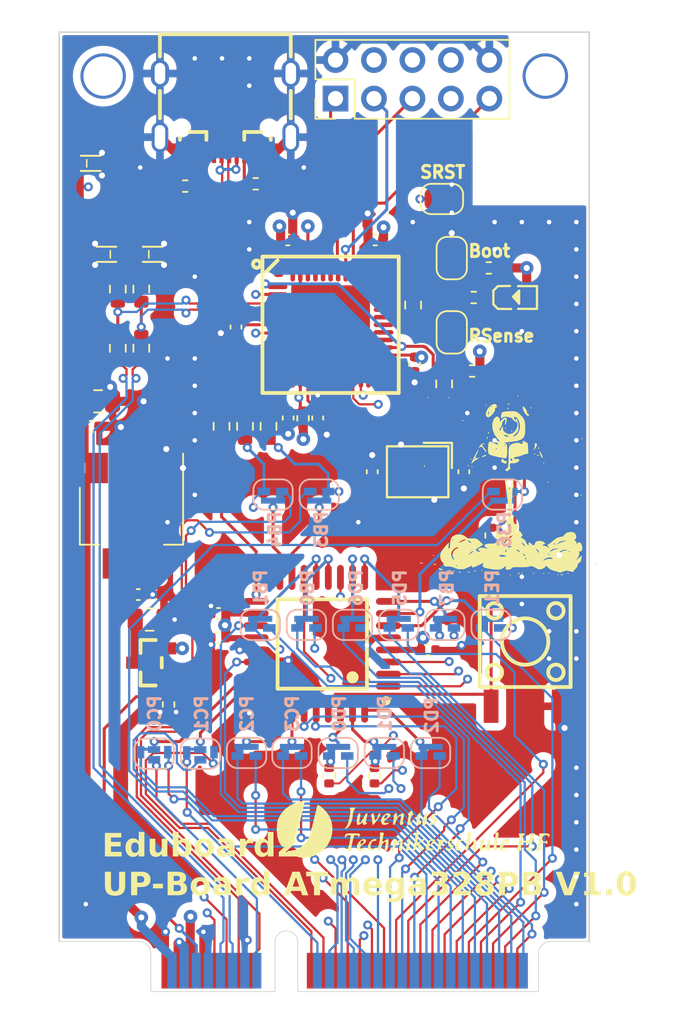
<source format=kicad_pcb>
(kicad_pcb (version 20221018) (generator pcbnew)
  (layers (0 "F.Cu" signal "Front") (1 "In1.Cu" signal) (2 "In2.Cu" signal) (31 "B.Cu" signal "Back") (34 "B.Paste" user) (35 "F.Paste" user) (36 "B.SilkS" user "B.Silkscreen") (37 "F.SilkS" user "F.Silkscreen") (38 "B.Mask" user) (39 "F.Mask" user) (44 "Edge.Cuts" user))
  (property "HW_VERSION" "1.0")
  (net 0 "")
  (net 1 "VBUS")
  (net 2 "+5V")
  (net 3 "USB_Debug_D-")
  (net 4 "Net-(U1-UCap)")
  (net 5 "USB_Debug_D+")
  (net 6 "Net-(C5-Pad1)")
  (net 7 "Net-(U1-XTAL2)")
  (net 8 "Net-(U1-XTAL1)")
  (net 9 "D+")
  (net 10 "D-")
  (net 11 "~{SRST}")
  (net 12 "Net-(J1-UART0_UP_TX)")
  (net 13 "Net-(J1-UART0_UP_RX)")
  (net 14 "UART1_TX")
  (net 15 "UART1_RX")
  (net 16 "RS485_DE")
  (net 17 "GPIO_FLASH_CS")
  (net 18 "~{General_Reset}")
  (net 19 "GPIO_SD_CS")
  (net 20 "LCD_CS")
  (net 21 "LCD_DC")
  (net 22 "SPI_SCK")
  (net 23 "GPIO_RotEnc_SW")
  (net 24 "SPI_MISO")
  (net 25 "SPI_MOSI")
  (net 26 "GPIO_WS2812_DATA")
  (net 27 "SCL")
  (net 28 "SDA")
  (net 29 "GPIOX4")
  (net 30 "GPIOX3")
  (net 31 "GPIOX2")
  (net 32 "GPIO_PWM_R")
  (net 33 "GND")
  (net 34 "GPIOX1")
  (net 35 "GPIOX0")
  (net 36 "GPIO_AN0")
  (net 37 "GPIO_SW0")
  (net 38 "+3V3")
  (net 39 "Net-(USBC1-CC2)")
  (net 41 "Net-(USBC1-CC1)")
  (net 43 "GPIO_PWM_G")
  (net 44 "GPIO_PWM_B")
  (net 45 "GPIO_LED0")
  (net 46 "GPIO_LED1")
  (net 47 "GPIO_LED2")
  (net 48 "GPIO_LED3")
  (net 49 "GPIO_LED4")
  (net 50 "GPIO_LED5")
  (net 51 "GPIO_LED6")
  (net 52 "GPIO_LED7")
  (net 53 "Net-(Q3-D)")
  (net 54 "3.3V_Sense")
  (net 55 "GPIO_Buzzer")
  (net 56 "GPIO_RotEnc_A")
  (net 57 "GPIO_RotEnc_B")
  (net 58 "GPIO_SW1")
  (net 59 "GPIO_SW2")
  (net 60 "GPIO_SW3")
  (net 61 "TCK")
  (net 62 "TDO")
  (net 63 "TMS")
  (net 66 "TDI")
  (net 67 "Net-(JP1-A)")
  (net 68 "Net-(JP2-A)")
  (net 69 "UART0_TX")
  (net 70 "Net-(JP3-A)")
  (net 71 "UART0_RX")
  (net 72 "Net-(JP4-C)")
  (net 73 "Net-(JP5-C)")
  (net 74 "Net-(JP6-C)")
  (net 75 "Net-(JP7-C)")
  (net 76 "~{RESET_DW}")
  (net 77 "RESET_SENSE")
  (net 78 "Net-(JP16-C)")
  (net 79 "Net-(JP17-C)")
  (net 80 "Net-(JP18-C)")
  (net 81 "Net-(JP19-C)")
  (net 82 "Net-(JP20-C)")
  (net 83 "Net-(JP21-C)")
  (net 84 "EXT_CLK")
  (net 85 "Net-(JP22-C)")
  (net 86 "Net-(JP23-C)")
  (net 87 "Net-(JP30-C)")
  (net 88 "Net-(JP34-C)")
  (net 89 "Net-(LED1-C)")
  (net 90 "debugWire")
  (net 91 "PROG_SPI_SCK")
  (net 92 "PROG_SPI_MOSI")
  (net 93 "PROG_SPI_MISO")
  (net 94 "PROG_UART_RX")
  (net 95 "PROG_UART_TX")
  (net 96 "CLK_OUT")
  (net 97 "STATUS_LED")
  (net 98 "USB_N")
  (net 99 "USB_P")
  (net 107 "POWER_ENABLE")
  (footprint "Capacitor_SMD:C_0402_1005Metric" (layer "F.Cu") (at 124 116.05 90)
    (fp_text reference "C3" hide)
    (fp_text value "100n")
  )
  (footprint "Resistor_SMD:R_0603_1608Metric" (layer "F.Cu") (at 105.95 111.1 -90)
    (fp_text reference "R32" hide)
    (fp_text value "0R")
  )
  (footprint "Capacitor_SMD:C_0402_1005Metric" (layer "F.Cu") (at 121.2 123.15 90)
    (fp_text reference "C6" hide)
    (fp_text value "12p")
  )
  (footprint "EduboardV2_kicadlib:logo_moonlander" (layer "F.Cu") (at 130.2 124.05)
    (fp_text reference "G***" hide)
    (fp_text value "LOGO" hide)
  )
  (footprint "Resistor_SMD:R_0402_1005Metric" (layer "F.Cu") (at 127.9 111.65)
    (fp_text reference "R12" hide)
    (fp_text value "3k3")
  )
  (footprint "EduboardV2_kicadlib:USB-C-SMD_TYPE-C-USB-17" (layer "F.Cu") (at 111.5 99.5 180)
    (fp_text reference "USBC1" hide)
    (fp_text value "USB3.1C16PFSMT")
  )
  (footprint "EduboardV2_kicadlib:VQFN-44_L7.0-W7.0-P0.50-BL-EP5.2" (layer "F.Cu") (at 118.45 113.45 -90)
    (fp_text reference "U1" hide)
    (fp_text value "ATMEGA32U4-MU")
  )
  (footprint "Capacitor_SMD:C_0402_1005Metric" (layer "F.Cu") (at 115.63 107.85 180)
    (fp_text reference "C4" hide)
    (fp_text value "100n")
  )
  (footprint "Capacitor_SMD:C_0402_1005Metric" (layer "F.Cu") (at 111.05 134.1 180)
    (fp_text reference "C10" hide)
    (fp_text value "100n")
  )
  (footprint "Capacitor_SMD:C_0402_1005Metric" (layer "F.Cu") (at 127.25 123.15 -90)
    (fp_text reference "C7" hide)
    (fp_text value "12p")
  )
  (footprint "EduboardV2_kicadlib:logo3" (layer "F.Cu") (at 131.9 102.9)
    (fp_text reference "G***" hide)
    (fp_text value "LOGO" hide)
  )
  (footprint "Resistor_SMD:R_0402_1005Metric" (layer "F.Cu") (at 129.05 127.35 -90)
    (fp_text reference "R19" hide)
    (fp_text value "10k")
  )
  (footprint "EduboardV2_kicadlib:CRYSTAL-SMD_4P-L3.2-W2.5-BL" (layer "F.Cu") (at 124.2 123.15 180)
    (fp_text reference "X1" hide)
    (fp_text value "M16000E067")
  )
  (footprint "EduboardV2_kicadlib:KEY-SMD_4P-L6.0-W6.0-P4.50-LS9.5-BL" (layer "F.Cu") (at 131.3 134.35)
    (fp_text reference "SW1" hide)
    (fp_text value "K2-1102SP-C4SC-04")
  )
  (footprint "Resistor_SMD:R_0402_1005Metric" (layer "F.Cu") (at 116.63 119.62 -90)
    (fp_text reference "R13" hide)
    (fp_text value "100k")
  )
  (footprint "EduboardV2_kicadlib:mini-PCIe_F1_Full" (layer "F.Cu") (at 115.53 157.4425)
    (fp_text reference "J1" hide)
    (fp_text value "EduboardV2 PCIE UP Board Connector")
    (fp_line (start -15 -63.3) (end -15 -3.3) (stroke (width 0.1)) (layer "Edge.Cuts"))
    (fp_line (start -15 -3.3) (end -9.75 -3.3) (stroke (width 0.05)) (layer "Edge.Cuts"))
    (fp_line (start -8.95 0) (end -8.95 -2.5) (stroke (width 0.05)) (layer "Edge.Cuts"))
    (fp_line (start -0.75 0) (end -8.95 0) (stroke (width 0.05)) (layer "Edge.Cuts"))
    (fp_line (start -0.75 0) (end -0.75 -3.25) (stroke (width 0.05)) (layer "Edge.Cuts"))
    (fp_line (start 0.75 0) (end 0.75 -3.25) (stroke (width 0.05)) (layer "Edge.Cuts"))
    (fp_line (start 0.75 0) (end 16.65 0) (stroke (width 0.05)) (layer "Edge.Cuts"))
    (fp_line (start 16.65 0) (end 16.65 -2.5) (stroke (width 0.05)) (layer "Edge.Cuts"))
    (fp_line (start 17.45 -3.3) (end 20 -3.3) (stroke (width 0.05)) (layer "Edge.Cuts"))
    (fp_line (start 20 -63.3) (end -15 -63.3) (stroke (width 0.1)) (layer "Edge.Cuts"))
    (fp_line (start 20 -3.3) (end 20 -63.3) (stroke (width 0.1)) (layer "Edge.Cuts"))
    (fp_arc (start -9.75 -3.3) (mid -9.184315 -3.065685) (end -8.95 -2.5) (stroke (width 0.05)) (layer "Edge.Cuts"))
    (fp_arc (start -0.75 -3.25) (mid 0 -4) (end 0.75 -3.25) (stroke (width 0.05)) (layer "Edge.Cuts"))
    (fp_arc (start 16.65 -2.5) (mid 16.884315 -3.065685) (end 17.45 -3.3) (stroke (width 0.05)) (layer "Edge.Cuts"))
  )
  (footprint "Capacitor_SMD:C_0402_1005Metric" (layer "F.Cu") (at 124.9 134.9)
    (fp_text reference "C11" hide)
    (fp_text value "100n")
  )
  (footprint "Connector_PinHeader_2.54mm:PinHeader_2x05_P2.54mm_Vertical" (layer "F.Cu") (at 118.775 98.525 90)
    (fp_text reference "J2" hide)
    (fp_text value "JTAG_mEDBG")
  )
  (footprint "Resistor_SMD:R_0402_1005Metric" (layer "F.Cu") (at 121.35 143.2 -90)
    (fp_text reference "R9" hide)
    (fp_text value "1k")
  )
  (footprint "EduboardV2_kicadlib:LED0603-FD_BLUE" (layer "F.Cu") (at 130.7 111.65)
    (fp_text reference "LED1" hide)
    (fp_text value "19-217/BHC-ZL1M2RY/3T")
  )
  (footprint "Resistor_SMD:R_0603_1608Metric" (layer "F.Cu") (at 112.8 120.15 90)
    (fp_text reference "R5" hide)
    (fp_text value "330R")
  )
  (footprint "Capacitor_SMD:C_0402_1005Metric" (layer "F.Cu") (at 112.2 113.6 90)
    (fp_text reference "C1" hide)
    (fp_text value "100n")
  )
  (footprint "Capacitor_SMD:C_0402_1005Metric" (layer "F.Cu") (at 121.4 107.85)
    (fp_text reference "C2" hide)
    (fp_text value "100n")
  )
  (footprint "Jumper:SolderJumper-2_P1.3mm_Open_RoundedPad1.0x1.5mm" (layer "F.Cu") (at 126.45 109.05 90)
    (fp_text reference "JP1" hide)
    (fp_text value "SolderJumper_2_Open")
  )
  (footprint "EduboardV2_kicadlib:SOT-23_L2.9-W1.3-P1.90-LS2.4-BR" (layer "F.Cu") (at 106.6 135.75)
    (fp_text reference "Q3" hide)
    (fp_text value "AO3401A")
  )
  (footprint "Resistor_SMD:R_0603_1608Metric" (layer "F.Cu") (at 114.35 120.15 90)
    (fp_text reference "R8" hide)
    (fp_text value "330R")
  )
  (footprint "Resistor_SMD:R_0603_1608Metric" (layer "F.Cu") (at 104.4 115 90)
    (fp_text reference "R29" hide)
    (fp_text value "0R")
  )
  (footprint "Capacitor_SMD:C_0402_1005Metric" (layer "F.Cu") (at 111.05 132.5 180)
    (fp_text reference "C9" hide)
    (fp_text value "100n")
  )
  (footprint "Resistor_SMD:R_0603_1608Metric" (layer "F.Cu") (at 104.4 111.1 -90)
    (fp_text reference "R31" hide)
    (fp_text value "0R")
  )
  (footprint "Resistor_SMD:R_0603_1608Metric" (layer "F.Cu") (at 105.95 115 90)
    (fp_text reference "R30" hide)
    (fp_text value "0R")
  )
  (footprint "Resistor_SMD:R_0402_1005Metric" (layer "F.Cu") (at 107.75 138.5 -90)
    (fp_text reference "R25" hide)
    (fp_text value "3k3")
  )
  (footprint "Capacitor_SMD:C_0805_2012Metric" (layer "F.Cu") (at 103.1 118.5 180)
    (fp_text reference "C25" hide)
    (fp_text value "4u7")
  )
  (footprint "EduboardV2_kicadlib:SOD-523_L1.2-W0.8-LS1.6-BI" (layer "F.Cu") (at 103.65 108.8)
    (fp_text reference "D3" hide)
    (fp_text value "LESD5D5.0CT1G")
  )
  (footprint "Resistor_SMD:R_0402_1005Metric" (layer "F.Cu") (at 128.9 109.7)
    (fp_text reference "R1" hide)
    (fp_text value "100k")
  )
  (footprint "Capacitor_SMD:C_0402_1005Metric" (layer "F.Cu") (at 105.75 131.25 180)
    (fp_text reference "C28" hide)
    (fp_text value "100n")
  )
  (footprint "EduboardV2_kicadlib:JuventusLogo" (layer "F.Cu") (at 123.8 146.7)
    (fp_text reference "G***" hide)
    (fp_text value "LOGO" hide)
  )
  (footprint "Capacitor_SMD:C_0402_1005Metric" (layer "F.Cu") (at 102.65 120.15 180)
    (fp_text reference "C26" hide)
    (fp_text value "100n")
  )
  (footprint "Jumper:SolderJumper-2_P1.3mm_Open_RoundedPad1.0x1.5mm" (layer "F.Cu") (at 125.8 105.15 180)
    (fp_text reference "JP9" hide)
    (fp_text value "SolderJumper_2_Open")
  )
  (footprint "Resistor_SMD:R_0402_1005Metric" (layer "F.Cu") (at 113.5 104.15)
    (fp_text reference "R7" hide)
    (fp_text value "10k")
  )
  (footprint "Resistor_SMD:R_0603_1608Metric" (layer "F.Cu") (at 111.25 120.15 90)
    (fp_text reference "R4" hide)
    (fp_text value "330R")
  )
  (footprint "Resistor_SMD:R_0402_1005Metric" (layer "F.Cu") (at 118.35 143.2 -90)
    (fp_text reference "R10" hide)
    (fp_text value "1k")
  )
  (footprint "Capacitor_SMD:C_0805_2012Metric" (layer "F.Cu") (at 106.5 132.9 180)
    (fp_text reference "C27" hide)
    (fp_text value "4u7")
  )
  (footprint "Resistor_SMD:R_0603_1608Metric" (layer "F.Cu") (at 123.9 112.15 90)
    (fp_text reference "R11" hide)
    (fp_text value "330R")
  )
  (footprint "Resistor_SMD:R_0603_1608Metric" (layer "F.Cu") (at 125.95 117.35 -90)
    (fp_text reference "R3" hide)
    (fp_text value "0R")
  )
  (footprint "EduboardV2_kicadlib:SOD-523_L1.2-W0.8-LS1.6-BI" (layer "F.Cu") (at 106.7 108.8 180)
    (fp_text reference "D2" hide)
    (fp_text value "LESD5D5.0CT1G")
  )
  (footprint "EduboardV2_kicadlib:SOD-523_L1.2-W0.8-LS1.6-BI" (layer "F.Cu") (at 102.6 102.8 180)
    (fp_text reference "D1" hide)
    (fp_text value "LESD5D5.0CT1G")
  )
  (footprint "Package_TO_SOT_SMD:SOT-223-3_TabPin2" (layer "F.Cu") (at 105.3 126.05 -90)
    (fp_text reference "U5" hide)
    (fp_text value "LD1117S33TR_SOT223")
  )
  (footprint "Resistor_SMD:R_0402_1005Metric" (layer "F.Cu") (at 108.85 104.3 180)
    (fp_text reference "R6" hide)
    (fp_text value "10k")
  )
  (footprint "EduboardV2_kicadlib:TQFP-32_L7.0-W7.0-P0.80-LS9.0-BL" (layer "F.Cu") (at 117.9 134.5 90)
    (fp_text reference "U2" hide)
    (fp_text value "ATMEGA328PB-AUR")
  )
  (footprint "Capacitor_SMD:C_0402_1005Metric" (layer "F.Cu") (at 115.65 119.6 -90)
    (fp_text reference "C8" hide)
    (fp_text value "100n")
  )
  (footprint "Resistor_SMD:R_0402_1005Metric" (layer "F.Cu") (at 127.8 116.5)
    (fp_text reference "R2" hide)
    (fp_text value "3k3")
  )
  (footprint "Jumper:SolderJumper-2_P1.3mm_Open_RoundedPad1.0x1.5mm" (layer "F.Cu") (at 126.45 113.95 90)
    (fp_text reference "JP8" hide)
    (fp_text value "SolderJumper_2_Open")
  )
  (footprint "Capacitor_SMD:C_0402_1005Metric" (layer "F.Cu") (at 117.6 119.6 -90)
    (fp_text reference "C5" hide)
    (fp_text value "100n")
  )
  (footprint "EduboardV2_kicadlib:SolderJumper_Small-3_bridged12" (layer "B.Cu") (at 113.8 133.25)
    (fp_text reference "JP16" hide)
    (fp_text value "SolderJumper_3_Bridged12" hide)
  )
  (footprint "EduboardV2_kicadlib:SolderJumper_Small-3_bridged12" (layer "B.Cu") (at 115.9 141.7)
    (fp_text reference "JP6" hide)
    (fp_text value "SolderJumper_3_Bridged12" hide)
  )
  (footprint "EduboardV2_kicadlib:SolderJumper_Small-4_bridged14" (layer "B.Cu") (at 109.85 141.75)
    (fp_text reference "JP4" hide)
    (fp_text value "SolderJumper_3_Bridged12" hide)
  )
  (footprint "EduboardV2_kicadlib:SolderJumper_Small-4_bridged14" (layer "B.Cu") (at 106.8 141.75)
    (fp_text reference "JP23" hide)
    (fp_text value "SolderJumper_3_Bridged12" hide)
  )
  (footprint "EduboardV2_kicadlib:SolderJumper_Small-3_bridged12" (layer "B.Cu") (at 117.7 124.65 180)
    (fp_text reference "JP30" hide)
    (fp_text value "SolderJumper_3_Bridged12" hide)
  )
  (footprint "EduboardV2_kicadlib:SolderJumper_Small-3_bridged12" (layer "B.Cu") (at 118.95 141.7)
    (fp_text reference "JP3" hide)
    (fp_text value "SolderJumper_3_Bridged12" hide)
  )
  (footprint "EduboardV2_kicadlib:SolderJumper_Small-3_bridged12" (layer "B.Cu") (at 116.85 133.25)
    (fp_text reference "JP17" hide)
    (fp_text value "SolderJumper_3_Bridged12" hide)
  )
  (footprint "EduboardV2_kicadlib:SolderJumper_Small-3_bridged12" (layer "B.Cu") (at 114.65 124.65 180)
    (fp_text reference "JP34" hide)
    (fp_text value "SolderJumper_3_Bridged12" hide)
  )
  (footprint "EduboardV2_kicadlib:SolderJumper_Small-3_bridged12" (layer "B.Cu") (at 122.95 133.25)
    (fp_text reference "JP19" hide)
    (fp_text value "SolderJumper_3_Bridged12" hide)
  )
  (footprint "EduboardV2_kicadlib:SolderJumper_Small-3_bridged12" (layer "B.Cu") (at 122 141.7)
    (fp_text reference "JP2" hide)
    (fp_text value "SolderJumper_3_Bridged12" hide)
  )
  (footprint "EduboardV2_kicadlib:SolderJumper_Small-3_bridged12" (layer "B.Cu") (at 126 133.25)
    (fp_text reference "JP20" hide)
    (fp_text value "SolderJumper_3_Bridged12" hide)
  )
  (footprint "EduboardV2_kicadlib:SolderJumper_Small-3_bridged12" (layer "B.Cu") (at 129.8 124.65 180)
    (fp_text reference "JP22" hide)
    (fp_text value "SolderJumper_3_Bridged12" hide)
  )
  (footprint "EduboardV2_kicadlib:SolderJumper_Small-3_bridged12" (layer "B.Cu") (at 125.05 141.7)
    (fp_text reference "JP7" hide)
    (fp_text value "SolderJumper_3_Bridged12" hide)
  )
  (footprint "EduboardV2_kicadlib:SolderJumper_Small-3_bridged12" (layer "B.Cu") (at 129.05 133.25)
    (fp_text reference "JP21" hide)
    (fp_text value "SolderJumper_3_Bridged12" hide)
  )
  (footprint "EduboardV2_kicadlib:SolderJumper_Small-3_bridged12" (layer "B.Cu") (at 119.9 133.25)
    (fp_text reference "JP18" hide)
    (fp_text value "SolderJumper_3_Bridged12" hide)
  )
  (footprint "EduboardV2_kicadlib:SolderJumper_Small-3_bridged12" (layer "B.Cu") (at 112.9 141.7)
    (fp_text reference "JP5" hide)
    (fp_text value "SolderJumper_3_Bridged12" hide)
  )
  (gr_text "PB3" (at 118.3 125.65 90) (layer "B.SilkS") (effects (font (size 0.8 0.8) (thickness 0.2) bold) (justify left bottom mirror)))
  (gr_text "PD1" (at 122.5 137.8 90) (layer "B.SilkS") (effects (font (size 0.8 0.8) (thickness 0.2) bold) (justify left bottom mirror)))
  (gr_text "PD0" (at 119.5 137.8 90) (layer "B.SilkS") (effects (font (size 0.8 0.8) (thickness 0.2) bold) (justify left bottom mirror)))
  (gr_text "PC2" (at 113.4 137.8 90) (layer "B.SilkS") (effects (font (size 0.8 0.8) (thickness 0.2) bold) (justify left bottom mirror)))
  (gr_text "PD5" (at 123.5 129.5 90) (layer "B.SilkS") (effects (font (size 0.8 0.8) (thickness 0.2) bold) (justify left bottom mirror)))
  (gr_text "PB6" (at 130.4 125.65 90) (layer "B.SilkS") (effects (font (size 0.8 0.8) (thickness 0.2) bold) (justify left bottom mirror)))
  (gr_text "PB7" (at 126.6 129.5 90) (layer "B.SilkS") (effects (font (size 0.8 0.8) (thickness 0.2) bold) (justify left bottom mirror)))
  (gr_text "PB1" (at 114.3 129.5 90) (layer "B.SilkS") (effects (font (size 0.8 0.8) (thickness 0.2) bold) (justify left bottom mirror)))
  (gr_text "PD2" (at 125.6 137.9 90) (layer "B.SilkS") (effects (font (size 0.8 0.8) (thickness 0.2) bold) (justify left bottom mirror)))
  (gr_text "PC1" (at 110.4 137.8 90) (layer "B.SilkS") (effects (font (size 0.8 0.8) (thickness 0.2) bold) (justify left bottom mirror)))
  (gr_text "PB4" (at 115.25 125.65 90) (layer "B.SilkS") (effects (font (size 0.8 0.8) (thickness 0.2) bold) (justify left bottom mirror)))
  (gr_text "PE1" (at 129.6 129.5 90) (layer "B.SilkS") (effects (font (size 0.8 0.8) (thickness 0.2) bold) (justify left bottom mirror)))
  (gr_text "PC0" (at 107.3 137.8 90) (layer "B.SilkS") (effects (font (size 0.8 0.8) (thickness 0.2) bold) (justify left bottom mirror)))
  (gr_text "PD6" (at 120.6 129.5 90) (layer "B.SilkS") (effects (font (size 0.8 0.8) (thickness 0.2) bold) (justify left bottom mirror)))
  (gr_text "PC3" (at 116.4 137.8 90) (layer "B.SilkS") (effects (font (size 0.8 0.8) (thickness 0.2) bold) (justify left bottom mirror)))
  (gr_text "PB0" (at 117.4 129.5 90) (layer "B.SilkS") (effects (font (size 0.8 0.8) (thickness 0.2) bold) (justify left bottom mirror)))
  (gr_text "Boot" (at 127.45 109.05) (layer "F.SilkS") (effects (font (size 0.8 0.8) (thickness 0.2) bold) (justify left bottom)))
  (gr_text "RSense" (at 127.45 114.65) (layer "F.SilkS") (effects (font (size 0.8 0.8) (thickness 0.2) bold) (justify left bottom)))
  (gr_text "Eduboard2\nUP-Board ATmega328PB V${HW_VERSION}" (at 103.35 151.35) (layer "F.SilkS") (effects (font (size 1.524 1.524) (thickness 0.3048) bold italic) (justify left bottom)))
  (gr_text "SRST" (at 124.25 103.85) (layer "F.SilkS") (effects (font (size 0.8 0.8) (thickness 0.2) bold) (justify left bottom)))
  (segment (start 101.85 118.2) (end 102.15 118.5) (width 0.6) (layer "F.Cu") (net 1))
  (segment (start 102.17 120.15) (end 102.17 122.07) (width 0.6) (layer "F.Cu") (net 1))
  (segment (start 113.9 101.278148) (end 111.371852 98.75) (width 0.6) (layer "F.Cu") (net 1))
  (segment (start 102.3 123.6) (end 103 122.9) (width 0.6) (layer "F.Cu") (net 1))
  (segment (start 102.15 120.13) (end 102.17 120.15) (width 0.6) (layer "F.Cu") (net 1))
  (segment (start 105.4 99.55) (end 103.2 99.55) (width 0.6) (layer "F.Cu") (net 1))
  (segment (start 101.85 104.35) (end 101.85 118.2) (width 0.6) (layer "F.Cu") (net 1))
  (segment (start 101.85 102.8) (end 101.85 104.35) (width 0.6) (layer "F.Cu") (net 1))
  (segment (start 102.3 148.9) (end 102.3 123.6) (width 0.6) (layer "F.Cu") (net 1))
  (segment (start 102.45 104.35) (end 101.85 104.35) (width 0.2) (layer "F.Cu") (net 1))
  (segment (start 114.95 111.45) (end 113.5 111.45) (width 0.2) (layer "F.Cu") (net 1))
  (segment (start 113.5 114) (end 114.9 114) (width 0.2) (layer "F.Cu") (net 1))
  (segment (start 109.1 102.13) (end 109.1 101.278148) (width 0.6) (layer "F.Cu") (net 1))
  (segment (start 102.17 122.07) (end 103 122.9) (width 0.6) (layer "F.Cu") (net 1))
  (segment (start 101.85 100.9) (end 101.85 102.8) (width 0.6) (layer "F.Cu") (net 1))
  (segment (start 113.9 102.13) (end 113.9 101.278148) (width 0.6) (layer "F.Cu") (net 1))
  (segment (start 111.371852 98.75) (end 109.7 98.75) (width 0.6) (layer "F.Cu") (net 1))
  (segment (start 103.2 99.55) (end 101.85 100.9) (width 0.6) (layer "F.Cu") (net 1))
  (segment (start 105.95 152.55) (end 102.3 148.9) (width 0.6) (layer "F.Cu") (net 1))
  (segment (start 109.7 100.678148) (end 109.7 98.75) (width 0.6) (layer "F.Cu") (net 1))
  (segment (start 102.15 118.5) (end 102.15 120.13) (width 0.6) (layer "F.Cu") (net 1))
  (segment (start 114.9 114) (end 114.95 113.95) (width 0.2) (layer "F.Cu") (net 1))
  (segment (start 109.1 101.278148) (end 109.7 100.678148) (width 0.6) (layer "F.Cu") (net 1))
  (segment (start 106.2 98.75) (end 105.4 99.55) (width 0.6) (layer "F.Cu") (net 1))
  (segment (start 109.7 98.75) (end 106.2 98.75) (width 0.6) (layer "F.Cu") (net 1))
  (via (at 102.45 104.35) (size 0.6) (drill 0.3) (layers "F.Cu" "B.Cu") (net 1))
  (via (at 113.5 111.45) (size 0.6) (drill 0.3) (layers "F.Cu" "B.Cu") (net 1))
  (via (at 105.95 152.55) (size 0.9) (drill 0.4) (layers "F.Cu" "B.Cu") (net 1))
  (via (at 113.5 114) (size 0.6) (drill 0.3) (layers "F.Cu" "B.Cu") (net 1))
  (segment (start 105.95 153.1625) (end 105.95 152.55) (width 0.6) (layer "B.Cu") (net 1))
  (segment (start 107.98 156.0675) (end 107.98 155.1925) (width 0.6) (layer "B.Cu") (net 1))
  (segment (start 107.98 155.1925) (end 105.95 153.1625) (width 0.6) (layer "B.Cu") (net 1))
  (segment (start 108.38 156.0675) (end 108.38 154.250825) (width 0.6) (layer "F.Cu") (net 2))
  (segment (start 108.38 154.250825) (end 108.4535 154.177325) (width 0.6) (layer "F.Cu") (net 2))
  (via (at 108.4535 154.177325) (size 0.6) (drill 0.3) (layers "F.Cu" "B.Cu") (net 2))
  (segment (start 108.78 156.0675) (end 108.78 154.503825) (width 0.6) (layer "B.Cu") (net 2))
  (segment (start 108.78 154.503825) (end 108.4535 154.177325) (width 0.6) (layer "B.Cu") (net 2))
  (segment (start 104.971799 116.396799) (end 104.971799 116.760272) (width 0.1524) (layer "F.Cu") (net 3))
  (segment (start 104.971799 116.760272) (end 104.748 116.984071) (width 0.1524) (layer "F.Cu") (net 3))
  (segment (start 104.4 115.825) (end 104.971799 116.396799) (width 0.1524) (layer "F.Cu") (net 3))
  (via (at 104.748 116.984071) (size 0.6) (drill 0.3) (layers "F.Cu" "B.Cu") (net 3))
  (segment (start 102.7968 120.46583) (end 102.7968 142.68417) (width 0.1524) (layer "B.Cu") (net 3))
  (segment (start 104.748 116.984071) (end 104.971799 117.20787) (width 0.1524) (layer "B.Cu") (net 3))
  (segment (start 104.971799 117.20787) (end 104.971799 118.290831) (width 0.1524) (layer "B.Cu") (net 3))
  (segment (start 104.971799 118.290831) (end 102.7968 120.46583) (width 0.1524) (layer "B.Cu") (net 3))
  (segment (start 111.18 154.304999) (end 111.18 156.0675) (width 0.1524) (layer "B.Cu") (net 3))
  (segment (start 102.7968 142.68417) (end 111.3768 151.26417) (width 0.1524) (layer "B.Cu") (net 3))
  (segment (start 111.3768 154.108199) (end 111.18 154.304999) (width 0.1524) (layer "B.Cu") (net 3))
  (segment (start 111.3768 151.26417) (end 111.3768 154.108199) (width 0.1524) (layer "B.Cu") (net 3))
  (segment (start 112.2 114.08) (end 112.83 113.45) (width 0.2) (layer "F.Cu") (net 4))
  (segment (start 112.83 113.45) (end 114.95 113.45) (width 0.2) (layer "F.Cu") (net 4))
  (segment (start 105.95 115.825) (end 105.378201 116.396799) (width 0.1524) (layer "F.Cu") (net 5))
  (segment (start 105.378201 116.760272) (end 105.602 116.984071) (width 0.1524) (layer "F.Cu") (net 5))
  (segment (start 105.378201 116.396799) (end 105.378201 116.760272) (width 0.1524) (layer "F.Cu") (net 5))
  (via (at 105.602 116.984071) (size 0.6) (drill 0.3) (layers "F.Cu" "B.Cu") (net 5))
  (segment (start 105.378201 117.20787) (end 105.378201 118.459169) (width 0.1524) (layer "B.Cu") (net 5))
  (segment (start 105.378201 118.459169) (end 103.2032 120.63417) (width 0.1524) (layer "B.Cu") (net 5))
  (segment (start 111.98 154.304999) (end 111.98 156.0675) (width 0.1524) (layer "B.Cu") (net 5))
  (segment (start 103.2032 120.63417) (end 103.2032 142.51583) (width 0.1524) (layer "B.Cu") (net 5))
  (segment (start 111.7832 151.09583) (end 111.7832 154.108199) (width 0.1524) (layer "B.Cu") (net 5))
  (segment (start 103.2032 142.51583) (end 111.7832 151.09583) (width 0.1524) (layer "B.Cu") (net 5))
  (segment (start 105.602 116.984071) (end 105.378201 117.20787) (width 0.1524) (layer "B.Cu") (net 5))
  (segment (start 111.7832 154.108199) (end 111.98 154.304999) (width 0.1524) (layer "B.Cu") (net 5))
  (segment (start 116.95 118.45) (end 116.95 116.95) (width 0.2) (layer "F.Cu") (net 6))
  (segment (start 117.6 119.1) (end 116.95 118.45) (width 0.2) (layer "F.Cu") (net 6))
  (segment (start 117.6 119.12) (end 117.6 119.1) (width 0.2) (layer "F.Cu") (net 6))
  (segment (start 123.1 124) (end 121.57 124) (width 0.2) (layer "F.Cu") (net 7))
  (segment (start 119.5 119.25) (end 117.95 117.7) (width 0.2) (layer "F.Cu") (net 7))
  (segment (start 119.5 121.93) (end 119.5 119.25) (width 0.2) (layer "F.Cu") (net 7))
  (segment (start 121.57 124) (end 121.2 123.63) (width 0.2) (layer "F.Cu") (net 7))
  (segment (start 121.2 123.63) (end 119.5 121.93) (width 0.2) (layer "F.Cu") (net 7))
  (segment (start 117.95 117.7) (end 117.95 116.95) (width 0.2) (layer "F.Cu") (net 7))
  (segment (start 127.25 122.67) (end 127.25 121.05) (width 0.2) (layer "F.Cu") (net 8))
  (segment (start 118.45 117.65) (end 118.45 116.95) (width 0.2) (layer "F.Cu") (net 8))
  (segment (start 127.22 122.7) (end 127.25 122.67) (width 0.2) (layer "F.Cu") (net 8))
  (segment (start 125.7 122.7) (end 127.22 122.7) (width 0.2) (layer "F.Cu") (net 8))
  (segment (start 127.25 121.05) (end 126.3 120.1) (width 0.2) (layer "F.Cu") (net 8))
  (segment (start 120.9 120.1) (end 118.45 117.65) (width 0.2) (layer "F.Cu") (net 8))
  (segment (start 125.3 122.3) (end 125.7 122.7) (width 0.2) (layer "F.Cu") (net 8))
  (segment (start 126.3 120.1) (end 120.9 120.1) (width 0.2) (layer "F.Cu") (net 8))
  (segment (start 110.75 101.28) (end 110.777 101.253) (width 0.2) (layer "F.Cu") (net 9))
  (segment (start 111.6 101.253) (end 111.75 101.403) (width 0.2) (layer "F.Cu") (net 9))
  (segment (start 110.75 102.13) (end 110.75 101.28) (width 0.2) (layer "F.Cu") (net 9))
  (segment (start 105.95 110.275) (end 105.95 108.8) (width 0.2) (layer "F.Cu") (net 9))
  (segment (start 111.75 101.403) (end 111.75 102.13) (width 0.2) (layer "F.Cu") (net 9))
  (segment (start 110.68417 106.2532) (end 111.695004 105.242366) (width 0.1524) (layer "F.Cu") (net 9))
  (segment (start 105.95 107.824737) (end 107.521537 106.2532) (width 0.1524) (layer "F.Cu") (net 9))
  (segment (start 105.95 108.8) (end 105.95 107.824737) (width 0.1524) (layer "F.Cu") (net 9))
  (segment (start 107.521537 106.2532) (end 110.68417 106.2532) (width 0.1524) (layer "F.Cu") (net 9))
  (segment (start 111.695004 105.242366) (end 111.695004 102.3) (width 0.1524) (layer "F.Cu") (net 9))
  (segment (start 110.777 101.253) (end 111.6 101.253) (width 0.2) (layer "F.Cu") (net 9))
  (segment (start 111.15 103.25) (end 111.288604 103.25) (width 0.2) (layer "F.Cu") (net 10))
  (segment (start 104.4 110.275) (end 104.4 108.8) (width 0.2) (layer "F.Cu") (net 10))
  (segment (start 112.25 102.13) (end 112.25 102.8) (width 0.2) (layer "F.Cu") (net 10))
  (segment (start 108.732752 105.8468) (end 108.55 105.8468) (width 0.1524) (layer "F.Cu") (net 10))
  (segment (start 108.55 105.8468) (end 107.3532 105.8468) (width 0.1524) (layer "F.Cu") (net 10))
  (segment (start 107.3532 105.8468) (end 104.4 108.8) (width 0.1524) (layer "F.Cu") (net 10))
  (segment (start 111.288604 103.25) (end 111.288604 105.074026) (width 0.1524) (layer "F.Cu") (net 10))
  (segment (start 108.941376 105.638175) (end 108.941376 105.638176) (width 0.1524) (layer "F.Cu") (net 10))
  (segment (start 109.332752 105.429551) (end 109.15 105.429551) (width 0.1524) (layer "F.Cu") (net 10))
  (segment (start 112.25 103.15) (end 112.2 103.2) (width 0.2) (layer "F.Cu") (net 10))
  (segment (start 109.541376 105.638176) (end 109.541376 105.638175) (width 0.1524) (layer "F.Cu") (net 10))
  (segment (start 112.25 102.8) (end 112.25 103.15) (width 0.2) (layer "F.Cu") (net 10))
  (segment (start 111.288604 103.25) (end 111.288604 102.3) (width 0.1524) (layer "F.Cu") (net 10))
  (segment (start 111.288604 105.074026) (end 110.51583 105.8468) (width 0.1524) (layer "F.Cu") (net 10))
  (segment (start 110.51583 105.8468) (end 109.75 105.8468) (width 0.1524) (layer "F.Cu") (net 10))
  (via (at 112.2 103.2) (size 0.6) (drill 0.3) (layers "F.Cu" "B.Cu") (net 10))
  (via (at 111.15 103.25) (size 0.6) (drill 0.3) (layers "F.Cu" "B.Cu") (net 10))
  (arc (start 109.15 105.429551) (mid 109.002481 105.490656) (end 108.941376 105.638175) (width 0.1524) (layer "F.Cu") (net 10))
  (arc (start 109.75 105.8468) (mid 109.602481 105.785695) (end 109.541376 105.638176) (width 0.1524) (layer "F.Cu") (net 10))
  (arc (start 108.941376 105.638176) (mid 108.880271 105.785695) (end 108.732752 105.8468) (width 0.1524) (layer "F.Cu") (net 10))
  (arc (start 109.541376 105.638175) (mid 109.480271 105.490656) (end 109.332752 105.429551) (width 0.1524) (layer "F.Cu") (net 10))
  (segment (start 111.2 103.2) (end 111.15 103.25) (width 0.2) (layer "B.Cu") (net 10))
  (segment (start 112.2 103.2) (end 111.2 103.2) (width 0.2) (layer "B.Cu") (net 10))
  (segment (start 116.45 116.95) (end 116.45 118.25) (width 0.2) (layer "F.Cu") (net 11))
  (segment (start 125.15 105.15) (end 124.35 105.15) (width 0.2) (layer "F.Cu") (net 11))
  (segment (start 116.35 118.25) (end 116.45 118.25) (width 0.4) (layer "F.Cu") (net 11))
  (segment (start 116.45 118.93) (end 116.63 119.11) (width 0.2) (layer "F.Cu") (net 11))
  (segment (start 115.66 119.11) (end 115.65 119.12) (width 0.2) (layer "F.Cu") (net 11))
  (segment (start 116.63 119.11) (end 115.66 119.11) (width 0.2) (layer "F.Cu") (net 11))
  (segment (start 116.45 118.25) (end 116.45 118.93) (width 0.2) (layer "F.Cu") (net 11))
  (via (at 124.35 105.15) (size 0.6) (drill 0.3) (layers "F.Cu" "B.Cu") (net 11))
  (via (at 116.35 118.25) (size 0.6) (drill 0.3) (layers "F.Cu" "B.Cu") (net 11))
  (segment (start 110.78 156.0675) (end 110.78 152.73) (width 0.15) (layer "F.Cu") (net 12))
  (segment (start 110.78 152.73) (end 110.3 152.25) (width 0.15) (layer "F.Cu") (net 12))
  (via (at 110.3 152.25) (size 0.6) (drill 0.3) (layers "F.Cu" "B.Cu") (net 12))
  (via (at 123.1 144.05) (size 0.6) (drill 0.3) (layers "F.Cu" "B.Cu") (net 12))
  (segment (start 123.1 144.05) (end 122.6 143.55) (width 0.15) (layer "B.Cu") (net 12))
  (segment (start 122.6 143.55) (end 122.6 141.9) (width 0.15) (layer "B.Cu") (net 12))
  (segment (start 110.1 151.2) (end 111.58 152.68) (width 0.15) (layer "F.Cu") (net 13))
  (segment (start 111.58 152.68) (end 111.58 156.0675) (width 0.15) (layer "F.Cu") (net 13))
  (via (at 122.3 144.05) (size 0.6) (drill 0.3) (layers "F.Cu" "B.Cu") (net 13))
  (via (at 110.1 151.2) (size 0.6) (drill 0.3) (layers "F.Cu" "B.Cu") (net 13))
  (segment (start 119.55 143.55) (end 120.35 144.35) (width 0.15) (layer "B.Cu") (net 13))
  (segment (start 120.35 144.35) (end 122 144.35) (width 0.15) (layer "B.Cu") (net 13))
  (segment (start 119.55 141.9) (end 119.55 143.55) (width 0.15) (layer "B.Cu") (net 13))
  (segment (start 122 144.35) (end 122.3 144.05) (width 0.15) (layer "B.Cu") (net 13))
  (segment (start 106.3 140) (end 108.4 140) (width 0.15) (layer "F.Cu") (net 14))
  (segment (start 108.623499 126.676501) (end 108.95 126.35) (width 0.15) (layer "F.Cu") (net 14))
  (segment (start 112.38 156.0675) (end 112.38 151.33) (width 0.15) (layer "F.Cu") (net 14))
  (segment (start 105.65 144.6) (end 105.65 140.65) (width 0.15) (layer "F.Cu") (net 14))
  (segment (start 109.323499 139.076501) (end 109.323499 131.564531) (width 0.15) (layer "F.Cu") (net 14))
  (segment (start 112.38 151.33) (end 105.65 144.6) (width 0.15) (layer "F.Cu") (net 14))
  (segment (start 108.4 140) (end 109.323499 139.076501) (width 0.15) (layer "F.Cu") (net 14))
  (segment (start 105.65 140.65) (end 106.3 140) (width 0.15) (layer "F.Cu") (net 14))
  (segment (start 109.323499 131.564531) (end 108.623499 130.86453) (width 0.15) (layer "F.Cu") (net 14))
  (segment (start 109.65 126.35) (end 110.45 127.15) (width 0.15) (layer "F.Cu") (net 14))
  (segment (start 108.623499 130.86453) (end 108.623499 126.676501) (width 0.15) (layer "F.Cu") (net 14))
  (segment (start 108.95 126.35) (end 109.65 126.35) (width 0.15) (layer "F.Cu") (net 14))
  (via (at 110.45 127.15) (size 0.6) (drill 0.3) (layers "F.Cu" "B.Cu") (net 14))
  (segment (start 110.45 127.15) (end 115.7 127.15) (width 0.15) (layer "B.Cu") (net 14))
  (segment (start 116.45 124.896) (end 116.896 124.45) (width 0.15) (layer "B.Cu") (net 14))
  (segment (start 115.7 127.15) (end 116.45 126.4) (width 0.15) (layer "B.Cu") (net 14))
  (segment (start 116.896 124.45) (end 117.1 124.45) (width 0.15) (layer "B.Cu") (net 14))
  (segment (start 116.45 126.4) (end 116.45 124.896) (width 0.15) (layer "B.Cu") (net 14))
  (segment (start 105.926501 144.485469) (end 105.926501 140.773499) (width 0.15) (layer "F.Cu") (net 15))
  (segment (start 109.7 139.1) (end 109.7 131.55) (width 0.15) (layer "F.Cu") (net 15))
  (segment (start 108.9 127.372617) (end 109.241182 127.031435) (width 0.15) (layer "F.Cu") (net 15))
  (segment (start 109.7 131.55) (end 108.9 130.75) (width 0.15) (layer "F.Cu") (net 15))
  (segment (start 113.75 154.6225) (end 113.75 152.308968) (width 0.15) (layer "F.Cu") (net 15))
  (segment (start 113.75 152.308968) (end 105.926501 144.485469) (width 0.15) (layer "F.Cu") (net 15))
  (segment (start 108.5 140.3) (end 109.7 139.1) (width 0.15) (layer "F.Cu") (net 15))
  (segment (start 105.926501 140.773499) (end 106.4 140.3) (width 0.15) (layer "F.Cu") (net 15))
  (segment (start 108.9 130.75) (end 108.9 127.372617) (width 0.15) (layer "F.Cu") (net 15))
  (segment (start 106.4 140.3) (end 108.5 140.3) (width 0.15) (layer "F.Cu") (net 15))
  (segment (start 113.18 155.1925) (end 113.75 154.6225) (width 0.15) (layer "F.Cu") (net 15))
  (segment (start 113.18 156.0675) (end 113.18 155.1925) (width 0.15) (layer "F.Cu") (net 15))
  (via (at 109.241182 127.031435) (size 0.6) (drill 0.3) (layers "F.Cu" "B.Cu") (net 15))
  (segment (start 115.8 124.85) (end 115.4 124.45) (width 0.15) (layer "B.Cu") (net 15))
  (segment (start 109.822617 126.45) (end 115.4 126.45) (width 0.15) (layer "B.Cu") (net 15))
  (segment (start 115.4 124.45) (end 115.25 124.45) (width 0.15) (layer "B.Cu") (net 15))
  (segment (start 109.241182 127.031435) (end 109.822617 126.45) (width 0.15) (layer "B.Cu") (net 15))
  (segment (start 115.8 126.05) (end 115.8 124.85) (width 0.15) (layer "B.Cu") (net 15))
  (segment (start 115.4 126.45) (end 115.8 126.05) (width 0.15) (layer "B.Cu") (net 15))
  (segment (start 113.58 156.0675) (end 113.58 151.312064) (width 0.15) (layer "B.Cu") (net 16))
  (segment (start 105.15 142.882064) (end 105.15 133.550261) (width 0.15) (layer "B.Cu") (net 16))
  (segment (start 105.15 133.550261) (end 110.72226 127.978001) (width 0.15) (layer "B.Cu") (net 16))
  (segment (start 113.58 151.312064) (end 105.15 142.882064) (width 0.15) (layer "B.Cu") (net 16))
  (segment (start 125.509499 127.978001) (end 129.0375 124.45) (width 0.15) (layer "B.Cu") (net 16))
  (segment (start 129.0375 124.45) (end 129.2 124.45) (width 0.15) (layer "B.Cu") (net 16))
  (segment (start 110.72226 127.978001) (end 125.509499 127.978001) (width 0.15) (layer "B.Cu") (net 16))
  (segment (start 110 141.7) (end 110.7 142.4) (width 0.15) (layer "F.Cu") (net 17))
  (segment (start 106.75 141.7) (end 110 141.7) (width 0.15) (layer "F.Cu") (net 17))
  (segment (start 110.35 146.65) (end 108.482064 146.65) (width 0.15) (layer "F.Cu") (net 17))
  (segment (start 106.25 144.417936) (end 106.25 142.2) (width 0.15) (layer "F.Cu") (net 17))
  (segment (start 106.25 142.2) (end 106.75 141.7) (width 0.15) (layer "F.Cu") (net 17))
  (segment (start 117.18 153.48) (end 110.35 146.65) (width 0.15) (layer "F.Cu") (net 17))
  (segment (start 108.482064 146.65) (end 106.25 144.417936) (width 0.15) (layer "F.Cu") (net 17))
  (segment (start 117.18 156.0675) (end 117.18 153.48) (width 0.15) (layer "F.Cu") (net 17))
  (via (at 110.7 142.4) (size 0.6) (drill 0.3) (layers "F.Cu" "B.Cu") (net 17))
  (segment (start 110.7 142.4) (end 110.7 141.7) (width 0.15) (layer "B.Cu") (net 17))
  (segment (start 110.7 141.7) (end 110.75 141.65) (width 0.15) (layer "B.Cu") (net 17))
  (segment (start 108.95 142.3) (end 108.95 145.591476) (width 0.15) (layer "F.Cu") (net 18))
  (segment (start 108.95 145.591476) (end 108.979262 145.620738) (width 0.15) (layer "F.Cu") (net 18))
  (via (at 108.95 142.3) (size 0.6) (drill 0.3) (layers "F.Cu" "B.Cu") (net 18))
  (via (at 108.979262 145.620738) (size 0.6) (drill 0.3) (layers "F.Cu" "B.Cu") (net 18))
  (segment (start 108.95 142.3) (end 108.95 141.65) (width 0.15) (layer "B.Cu") (net 18))
  (segment (start 117.58 154.221476) (end 108.979262 145.620738) (width 0.15) (layer "B.Cu") (net 18))
  (segment (start 117.58 156.0675) (end 117.58 154.221476) (width 0.15) (layer "B.Cu") (net 18))
  (segment (start 106.95 144.726904) (end 106.95 142.55) (width 0.15) (layer "F.Cu") (net 19))
  (segment (start 110.46453 146.373499) (end 108.596595 146.373499) (width 0.15) (layer "F.Cu") (net 19))
  (segment (start 108.596595 146.373499) (end 106.95 144.726904) (width 0.15) (layer "F.Cu") (net 19))
  (segment (start 117.98 153.888969) (end 110.46453 146.373499) (width 0.15) (layer "F.Cu") (net 19))
  (segment (start 117.98 156.0675) (end 117.98 153.888969) (width 0.15) (layer "F.Cu") (net 19))
  (via (at 106.95 142.55) (size 0.6) (drill 0.3) (layers "F.Cu" "B.Cu") (net 19))
  (segment (start 106.95 142.3) (end 106.8 142.15) (width 0.15) (layer "B.Cu") (net 19))
  (segment (start 106.95 142.55) (end 106.95 142.3) (width 0.15) (layer "B.Cu") (net 19))
  (segment (start 116.7 135.00923) (end 118.470385 136.779615) (width 0.15) (layer "F.Cu") (net 20))
  (segment (start 116.7 130.12) (end 116.7 135.00923) (width 0.15) (layer "F.Cu") (net 20))
  (via (at 118.4515 148.736283) (size 0.6) (drill 0.3) (layers "F.Cu" "B.Cu") (net 20))
  (via (at 118.470385 136.779615) (size 0.6) (drill 0.3) (layers "F.Cu" "B.Cu") (net 20))
  (segment (start 118.903 149.187783) (end 118.4515 148.736283) (width 0.15) (layer "B.Cu") (net 20))
  (segment (start 118.903 154.2195) (end 118.903 149.187783) (width 0.15) (layer "B.Cu") (net 20))
  (segment (start 118.38 156.0675) (end 118.38 154.7425) (width 0.15) (layer "B.Cu") (net 20))
  (segment (start 118.38 154.7425) (end 118.903 154.2195) (width 0.15) (layer "B.Cu") (net 20))
  (via (at 115.098849 134.86355) (size 0.6) (drill 0.3) (layers "F.Cu" "B.Cu") (net 21))
  (via (at 119.2 148.75) (size 0.6) (drill 0.3) (layers "F.Cu" "B.Cu") (net 21))
  (segment (start 119.18 149.537935) (end 119.396998 149.320937) (width 0.15) (layer "B.Cu") (net 21))
  (segment (start 119.396998 149.320937) (end 119.396998 148.946998) (width 0.15) (layer "B.Cu") (net 21))
  (segment (start 113.2 133.45) (end 113.35 133.45) (width 0.15) (layer "B.Cu") (net 21))
  (segment (start 119.396998 148.946998) (end 119.2 148.75) (width 0.15) (layer "B.Cu") (net 21))
  (segment (start 119.18 156.0675) (end 119.18 149.537935) (width 0.15) (layer "B.Cu") (net 21))
  (segment (start 114.76355 134.86355) (end 115.098849 134.86355) (width 0.15) (layer "B.Cu") (net 21))
  (segment (start 113.35 133.45) (end 114.76355 134.86355) (width 0.15) (layer "B.Cu") (net 21))
  (segment (start 113.53 131.25) (end 113.53 131.7) (width 0.2) (layer "F.Cu") (net 22))
  (segment (start 113.53 128.403614) (end 113.53 131.25) (width 0.2) (layer "F.Cu") (net 22))
  (segment (start 111.25 120.975) (end 111.25 126.123614) (width 0.2) (layer "F.Cu") (net 22))
  (segment (start 111.25 126.123614) (end 113.53 128.403614) (width 0.2) (layer "F.Cu") (net 22))
  (via (at 119.95 148.75) (size 0.6) (drill 0.3) (layers "F.Cu" "B.Cu") (net 22))
  (via (at 113.53 131.25) (size 0.6) (drill 0.3) (layers "F.Cu" "B.Cu") (net 22))
  (segment (start 119.473499 154.07303) (end 119.473499 149.635469) (width 0.15) (layer "B.Cu") (net 22))
  (segment (start 119.473499 149.635469) (end 119.95 149.158968) (width 0.15) (layer "B.Cu") (net 22))
  (segment (start 119.95 149.158968) (end 119.95 148.75) (width 0.15) (layer "B.Cu") (net 22))
  (segment (start 119.98 156.0675) (end 119.98 154.579532) (width 0.15) (layer "B.Cu") (net 22))
  (segment (start 119.98 154.579532) (end 119.473499 154.07303) (width 0.15) (layer "B.Cu") (net 22))
  (segment (start 120.38 154.02) (end 120.65 153.75) (width 0.15) (layer "F.Cu") (net 23))
  (segment (start 120.38 156.0675) (end 120.38 154.02) (width 0.15) (layer "F.Cu") (net 23))
  (via (at 120.65 153.75) (size 0.6) (drill 0.3) (layers "F.Cu" "B.Cu") (net 23))
  (via (at 126.6 133.95) (size 0.6) (drill 0.3) (layers "F.Cu" "B.Cu") (net 23))
  (segment (start 126.6 133.45) (end 126.6 133.95) (width 0.15) (layer "B.Cu") (net 23))
  (segment (start 112.8 120.975) (end 112.8 121.4) (width 0.2) (layer "F.Cu") (net 24))
  (segment (start 112.8 121.4) (end 112.95 121.55) (width 0.2) (layer "F.Cu") (net 24))
  (via (at 120.75 148.75) (size 0.6) (drill 0.3) (layers "F.Cu" "B.Cu") (net 24))
  (via (at 113.35 125.5) (size 0.6) (drill 0.3) (layers "F.Cu" "B.Cu") (net 24))
  (via (at 112.95 121.55) (size 0.6) (drill 0.3) (layers "F.Cu" "B.Cu") (net 24))
  (segment (start 112.95 121.55) (end 114.05 122.65) (width 0.2) (layer "B.Cu") (net 24))
  (segment (start 114.05 122.65) (end 114.05 124.45) (width 0.2) (layer "B.Cu") (net 24))
  (segment (start 119.75 153.9585) (end 119.75 149.75) (width 0.15) (layer "B.Cu") (net 24))
  (segment (start 113.35 124.9875) (end 113.35 125.5) (width 0.15) (layer "B.Cu") (net 24))
  (segment (start 120.78 154.9885) (end 119.75 153.9585) (width 0.15) (layer "B.Cu") (net 24))
  (segment (start 114.05 124.45) (end 113.8875 124.45) (width 0.15) (layer "B.Cu") (net 24))
  (segment (start 113.8875 124.45) (end 113.35 124.9875) (width 0.15) (layer "B.Cu") (net 24))
  (segment (start 119.75 149.75) (end 120.75 148.75) (width 0.15) (layer "B.Cu") (net 24))
  (segment (start 120.78 156.0675) (end 120.78 154.9885) (width 0.15) (layer "B.Cu") (net 24))
  (segment (start 114.35 120.975) (end 114.425 120.975) (width 0.2) (layer "F.Cu") (net 25))
  (segment (start 114.425 120.975) (end 115 121.55) (width 0.2) (layer "F.Cu") (net 25))
  (via (at 121.571999 148.75) (size 0.6) (drill 0.3) (layers "F.Cu" "B.Cu") (net 25))
  (via (at 115 121.55) (size 0.6) (drill 0.3) (layers "F.Cu" "B.Cu") (net 25))
  (via (at 119 124.45) (size 0.6) (drill 0.3) (layers "F.Cu" "B.Cu") (net 25))
  (segment (start 115 121.55) (end 116.1 122.65) (width 0.2) (layer "B.Cu") (net 25))
  (segment (start 121.58 148.758001) (end 121.571999 148.75) (width 0.15) (layer "B.Cu") (net 25))
  (segment (start 119 124.45) (end 118.3 124.45) (width 0.15) (layer "B.Cu") (net 25))
  (segment (start 116.1 122.65) (end 117.65 122.65) (width 0.2) (layer "B.Cu") (net 25))
  (segment (start 117.65 122.65) (end 118.3 123.3) (width 0.2) (layer "B.Cu") (net 25))
  (segment (start 118.3 123.3) (end 118.3 124.45) (width 0.2) (layer "B.Cu") (net 25))
  (segment (start 121.58 156.0675) (end 121.58 148.758001) (width 0.15) (layer "B.Cu") (net 25))
  (segment (start 117.452859 148.729085) (end 117.398936 148.729085) (width 0.15) (layer "F.Cu") (net 26))
  (segment (start 121.98 153.256226) (end 117.452859 148.729085) (width 0.15) (layer "F.Cu") (net 26))
  (segment (start 121.98 156.0675) (end 121.98 153.256226) (width 0.15) (layer "F.Cu") (net 26))
  (segment (start 119.1 131.4) (end 119.1 130.12) (width 0.15) (layer "F.Cu") (net 26))
  (via (at 117.398936 148.729085) (size 0.6) (drill 0.3) (layers "F.Cu" "B.Cu") (net 26))
  (via (at 119.1 131.4) (size 0.6) (drill 0.3) (layers "F.Cu" "B.Cu") (net 26))
  (segment (start 125.561408 145.252178) (end 122.983398 147.830188) (width 0.15) (layer "F.Cu") (net 27))
  (segment (start 117.5 138.88) (end 117.5 139.889912) (width 0.15) (layer "F.Cu") (net 27))
  (segment (start 122.983398 147.830188) (end 122.983398 148.616471) (width 0.15) (layer "F.Cu") (net 27))
  (segment (start 117.5 139.889912) (end 117.4485 139.941412) (width 0.15) (layer "F.Cu") (net 27))
  (via (at 122.983398 148.616471) (size 0.6) (drill 0.3) (layers "F.Cu" "B.Cu") (net 27))
  (via (at 125.561408 145.252178) (size 0.6) (drill 0.3) (layers "F.Cu" "B.Cu") (net 27))
  (via (at 117.4485 139.941412) (size 0.6) (drill 0.3) (layers "F.Cu" "B.Cu") (net 27))
  (segment (start 122.38 156.0675) (end 122.38 149.219869) (width 0.15) (layer "B.Cu") (net 27))
  (segment (start 126.75 140.696192) (end 125.99522 139.941412) (width 0.15) (layer "B.Cu") (net 27))
  (segment (start 125.99522 139.941412) (end 117.4485 139.941412) (width 0.15) (layer "B.Cu") (net 27))
  (segment (start 125.561408 145.252178) (end 126.75 144.063586) (width 0.15) (layer "B.Cu") (net 27))
  (segment (start 126.75 144.063586) (end 126.75 140.696192) (width 0.15) (layer "B.Cu") (net 27))
  (segment (start 122.38 149.219869) (end 122.983398 148.616471) (width 0.15) (layer "B.Cu") (net 27))
  (segment (start 125.95 146.8) (end 125.95 146.593078) (width 0.15) (layer "F.Cu") (net 28))
  (segment (start 125.95 146.593078) (end 126.426154 146.116924) (width 0.15) (layer "F.Cu") (net 28))
  (segment (start 123.4 149.35) (end 125.95 146.8) (width 0.15) (layer "F.Cu") (net 28))
  (segment (start 116.7 139.95) (end 116.7 138.88) (width 0.15) (layer "F.Cu") (net 28))
  (via (at 123.4 149.35) (size 0.6) (drill 0.3) (layers "F.Cu" "B.Cu") (net 28))
  (via (at 116.7 139.95) (size 0.6) (drill 0.3) (layers "F.Cu" "B.Cu") (net 28))
  (via (at 126.426154 146.116924) (size 0.6) (drill 0.3) (layers "F.Cu" "B.Cu") (net 28))
  (segment (start 125.74484 139.3) (end 127.25 140.80516) (width 0.15) (layer "B.Cu") (net 28))
  (segment (start 117.35 139.3) (end 125.74484 139.3) (width 0.15) (layer "B.Cu") (net 28))
  (segment (start 116.7 139.95) (end 117.35 139.3) (width 0.15) (layer "B.Cu") (net 28))
  (segment (start 127.25 140.80516) (end 127.25 145.293078) (width 0.15) (layer "B.Cu") (net 28))
  (segment (start 127.25 145.293078) (end 126.426154 146.116924) (width 0.15) (layer "B.Cu") (net 28))
  (segment (start 123.18 149.57) (end 123.4 149.35) (width 0.15) (layer "B.Cu") (net 28))
  (segment (start 123.18 156.0675) (end 123.18 149.57) (width 0.15) (layer "B.Cu") (net 28))
  (segment (start 127.001993 146.898007) (end 127.001993 146.692764) (width 0.15) (layer "F.Cu") (net 29))
  (segment (start 124 149.9) (end 127.001993 146.898007) (width 0.15) (layer "F.Cu") (net 29))
  (via (at 127.001993 146.692764) (size 0.6) (drill 0.3) (layers "F.Cu" "B.Cu") (net 29))
  (via (at 124 149.9) (size 0.6) (drill 0.3) (layers "F.Cu" "B.Cu") (net 29))
  (segment (start 123.98 156.0675) (end 123.98 149.92) (width 0.15) (layer "B.Cu") (net 29))
  (segment (start 127.570497 146.12426) (end 127.001993 146.692764) (width 0.15) (layer "B.Cu") (net 29))
  (segment (start 114.4 133.45) (end 118.243593 137.293593) (width 0.15) (layer "B.Cu") (net 29))
  (segment (start 124.129465 137.293593) (end 127.570497 140.734625) (width 0.15) (layer "B.Cu") (net 29))
  (segment (start 127.570497 140.734625) (end 127.570497 146.12426) (width 0.15) (layer "B.Cu") (net 29))
  (segment (start 118.243593 137.293593) (end 124.129465 137.293593) (width 0.15) (layer "B.Cu") (net 29))
  (segment (start 123.98 149.92) (end 124 149.9) (width 0.15) (layer "B.Cu") (net 29))
  (segment (start 107.75 142.55) (end 107.75 144.391476) (width 0.15) (layer "F.Cu") (net 30))
  (segment (start 107.75 144.391476) (end 108.104262 144.745738) (width 0.15) (layer "F.Cu") (net 30))
  (via (at 108.104262 144.745738) (size 0.6) (drill 0.3) (layers "F.Cu" "B.Cu") (net 30))
  (via (at 107.75 142.55) (size 0.6) (drill 0.3) (layers "F.Cu" "B.Cu") (net 30))
  (segment (start 111.964531 147.873499) (end 108.83677 144.745738) (width 0.15) (layer "B.Cu") (net 30))
  (segment (start 107.75 141.7) (end 107.7 141.65) (width 0.15) (layer "B.Cu") (net 30))
  (segment (start 107.75 142.55) (end 107.75 141.7) (width 0.15) (layer "B.Cu") (net 30))
  (segment (start 122.949655 147.873499) (end 111.964531 147.873499) (width 0.15) (layer "B.Cu") (net 30))
  (segment (start 108.83677 144.745738) (end 108.104262 144.745738) (width 0.15) (layer "B.Cu") (net 30))
  (segment (start 124.78 149.703844) (end 122.949655 147.873499) (width 0.15) (layer "B.Cu") (net 30))
  (segment (start 124.78 156.0675) (end 124.78 149.703844) (width 0.15) (layer "B.Cu") (net 30))
  (segment (start 116.5 147.3) (end 116.5 144.25) (width 0.15) (layer "F.Cu") (net 31))
  (via (at 116.5 147.3) (size 0.6) (drill 0.3) (layers "F.Cu" "B.Cu") (net 31))
  (via (at 116.5 144.25) (size 0.6) (drill 0.3) (layers "F.Cu" "B.Cu") (net 31))
  (segment (start 125.58 156.0675) (end 125.58 150.112813) (width 0.15) (layer "B.Cu") (net 31))
  (segment (start 122.767187 147.3) (end 116.5 147.3) (width 0.15) (layer "B.Cu") (net 31))
  (segment (start 125.58 150.112813) (end 122.767187 147.3) (width 0.15) (layer "B.Cu") (net 31))
  (segment (start 116.5 144.25) (end 116.5 141.9) (width 0.15) (layer "B.Cu") (net 31))
  (segment (start 122.78 152.72) (end 128.1 147.4) (width 0.15) (layer "F.Cu") (net 32))
  (segment (start 122.78 156.0675) (end 122.78 152.72) (width 0.15) (layer "F.Cu") (net 32))
  (segment (start 132.5 143) (end 132.5 142.45) (width 0.15) (layer "F.Cu") (net 32))
  (segment (start 128.1 147.4) (end 132.5 143) (width 0.15) (layer "F.Cu") (net 32))
  (via (at 132.5 142.45) (size 0.6) (drill 0.3) (layers "F.Cu" "B.Cu") (net 32))
  (segment (start 132.5 142.45) (end 130.6 140.55) (width 0.15) (layer "B.Cu") (net 32))
  (segment (start 130.6 140.55) (end 130.6 136.4) (width 0.15) (layer "B.Cu") (net 32))
  (segment (start 129.369635 135.169635) (end 124.119635 135.169635) (width 0.15) (layer "B.Cu") (net 32))
  (segment (start 123.55 134.6) (end 123.55 133.45) (width 0.15) (layer "B.Cu") (net 32))
  (segment (start 130.6 136.4) (end 129.369635 135.169635) (width 0.15) (layer "B.Cu") (net 32))
  (segment (start 124.119635 135.169635) (end 123.55 134.6) (width 0.15) (layer "B.Cu") (net 32))
  (segment (start 116.45 108.19) (end 116.45 109.95) (width 0.2) (layer "F.Cu") (net 33))
  (segment (start 123.1 122.3) (end 123.1 121.35) (width 0.6) (layer "F.Cu") (net 33))
  (segment (start 114.7 102.13) (end 114.76 102.13) (width 0.6) (layer "F.Cu") (net 33))
  (segment (start 117.45 114.45) (end 117.45 116.95) (width 0.2) (layer "F.Cu") (net 33))
  (segment (start 107.6 122.9) (end 108.7 122.9) (width 0.6) (layer "F.Cu") (net 33))
  (segment (start 117.45 116.95) (end 117.45 117.95) (width 0.2) (layer "F.Cu") (net 33))
  (segment (start 114.76 102.13) (end 115.82 101.07) (width 0.6) (layer "F.Cu") (net 33))
  (segment (start 107.21 139.01) (end 107.2 139) (width 0.4) (layer "F.Cu") (net 33))
  (segment (start 104.05 118.5) (end 106.1 118.5) (width 0.6) (layer "F.Cu") (net 33))
  (segment (start 114.949293 135.6) (end 115.65 135.6) (width 0.4) (layer "F.Cu") (net 33))
  (segment (start 121.35 134.1) (end 120.85 134.6) (width 0.4) (layer "F.Cu") (net 33))
  (segment (start 133.55 130.08) (end 133.55 128.65) (width 0.6) (layer "F.Cu") (net 33))
  (segment (start 107.45 132.9) (end 108.15 132.9) (width 0.4) (layer "F.Cu") (net 33))
  (segment (start 120.92 107.85) (end 120.92 106.12) (width 0.6) (layer "F.Cu") (net 33))
  (segment (start 104.05 117.7) (end 103.9 117.55) (width 0.6) (layer "F.Cu") (net 33))
  (segment (start 121.2 122.67) (end 121.2 122.05) (width 0.6) (layer "F.Cu") (net 33))
  (segment (start 109.98 156.0675) (end 109.98 153.57) (width 0.4) (layer "F.Cu") (net 33))
  (segment (start 108.3 102.13) (end 108.3 104.26) (width 0.6) (layer "F.Cu") (net 33))
  (segment (start 125.38 134.9) (end 126.8 134.9) (width 0.4) (layer "F.Cu") (net 33))
  (segment (start 133.55 139.7) (end 133.9 140.05) (width 0.6) (layer "F.Cu") (net 33))
  (segment (start 123.58 116.53) (end 123 115.95) (width 0.2) (layer "F.Cu") (net 33))
  (segment (start 117.45 117.95) (end 117.6 118.1) (width 0.2) (layer "F.Cu") (net 33))
  (segment (start 117.6 120.08) (end 117.6 120.1) (width 0.4) (layer "F.Cu") (net 33))
  (segment (start 120.92 107.85) (end 120.45 108.32) (width 0.2) (layer "F.Cu") (net 33))
  (segment (start 102.9 108.8) (end 102.9 109.5) (width 0.6) (layer "F.Cu") (net 33))
  (segment (start 127.25 123.63) (end 127.25 124.25) (width 0.6) (layer "F.Cu") (net 33))
  (segment (start 125.3 124) (end 125.3 125) (width 0.6) (layer "F.Cu") (net 33))
  (segment (start 112.2 113.12) (end 112.048141 113.12) (width 0.6) (layer "F.Cu") (net 33))
  (segment (start 110.57 132.02) (end 110.55 132) (width 0.4) (layer "F.Cu") (net 33))
  (segment (start 114.95 112.95) (end 117.95 112.95) (width 0.2) (layer "F.Cu") (net 33))
  (segment (start 103.13 120.15) (end 104.55 120.15) (width 0.6) (layer "F.Cu") (net 33))
  (segment (start 120.45 109.95) (end 120.45 111.45) (width 0.2) (layer "F.Cu") (net 33))
  (segment (start 103.35 102.8) (end 103.35 103.6) (width 0.6) (layer "F.Cu") (net 33))
  (segment (start 116.45 111.45) (end 116.45 109.95) (width 0.2) (layer "F.Cu") (net 33))
  (segment (start 124 116.53) (end 124 117.25) (width 0.6) (layer "F.Cu") (net 33))
  (segment (start 115.95 107.69) (end 115.95 106.05) (width 0.6) (layer "F.Cu") (net 33))
  (segment (start 108.24 102.13) (end 107.18 101.07) (width 0.6) (layer "F.Cu") (net 33))
  (segment (start 112.048141 113.12) (end 111.2 113.968141) (width 0.6) (layer "F.Cu") (net 33))
  (segment (start 123.1 122.3) (end 121.57 122.3) (width 0.6) (layer "F.Cu") (net 33))
  (segment (start 113.53 134.9) (end 114.249293 134.9) (width 0.4) (layer "F.Cu") (net 33))
  (segment (start 108.3 102.13) (end 108.24 102.13) (width 0.6) (layer "F.Cu") (net 33))
  (segment (start 124 116.53) (end 123.58 116.53) (width 0.2) (layer "F.Cu") (net 33))
  (segment (start 114.249293 134.9) (end 114.949293 135.6) (width 0.4) (layer "F.Cu") (net 33))
  (segment (start 121.57 122.3) (end 121.2 122.67) (width 0.6) (layer "F.Cu") (net 33))
  (segment (start 118.45 113.45) (end 116.45 111.45) (width 0.2) (layer "F.Cu") (net 33))
  (segment (start 111.2 113.968141) (end 111.2 114) (width 0.6) (layer "F.Cu") (net 33))
  (segment (start 107.45 108.8) (end 107.45 109.5) (width 0.6) (layer "F.Cu") (net 33))
  (segment (start 114.7 102.13) (end 114.7 103.46) (width 0.6) (layer "F.Cu") (net 33))
  (segment (start 120.45 111.45) (end 118.45 113.45) (width 0.2) (layer "F.Cu") (net 33))
  (segment (start 116.11 107.85) (end 116.45 108.19) (width 0.2) (layer "F.Cu") (net 33))
  (segment (start 116.11 107.85) (end 115.95 107.69) (width 0.6) (layer "F.Cu") (net 33))
  (segment (start 117.6 120.1) (end 118.2 120.7) (width 0.4) (layer "F.Cu") (net 33))
  (segment (start 126.45 105.15) (end 126.45 106.05) (width 0.2) (layer "F.Cu") (net 33))
  (segment (start 113.53 134.9) (end 112.45 134.9) (width 0.4) (layer "F.Cu") (net 33))
  (segment (start 126.8 134.9) (end 127.1 134.6) (width 0.4) (layer "F.Cu") (net 33))
  (segment (start 107.75 139.01) (end 107.21 139.01) (width 0.4) (layer "F.Cu") (net 33))
  (segment (start 115.65 120.08) (end 115.65 120.65) (width 0.4) (layer "F.Cu") (net 33))
  (segment (start 126.45 105.15) (end 126.45 104.2) (width 0.2) (layer "F.Cu") (net 33))
  (segment (start 109.98 153.57) (end 110.05 153.5) (width 0.4) (layer "F.Cu") (net 33))
  (segment (start 110.57 134.53) (end 110.55 134.55) (width 0.4) (layer "F.Cu") (net 33))
  (segment (start 102.9 108.8) (end 102.9 108.1) (width 0.6) (layer "F.Cu") (net 33))
  (segment (start 103.35 102.8) (end 103.35 102.1) (width 0.6) (layer "F.Cu") (net 33))
  (segment (start 126.88 124) (end 127.25 123.63) (width 0.6) (layer "F.Cu") (net 33))
  (segment (start 110.57 132.5) (end 110.57 132.02) (width 0.4) (layer "F.Cu") (net 33))
  (segment (start 107.58 153.53) (end 107.55 153.5) (width 0.4) (layer "F.Cu") (net 33))
  (segment (start 112.2 113.12) (end 112.37 112.95) (width 0.2) (layer "F.Cu") (net 33))
  (segment (start 104.55 120.15) (end 104.6 120.2) (width 0.6) (layer "F.Cu") (net 33))
  (segment (start 118.45 113.45) (end 117.45 114.45) (width 0.2) (layer "F.Cu") (net 33))
  (segment (start 122.27 134.1) (end 121.35 134.1) (width 0.4) (layer "F.Cu") (net 33))
  (segment (start 123 115.95) (end 121.95 115.95) (width 0.2) (layer "F.Cu") (net 33))
  (segment (start 106.23 131.25) (end 106.7 131.25) (width 0.4) (layer "F.Cu") (net 33))
  (segment (start 107.6 122.9) (end 107.6 121.65) (width 0.6) (layer "F.Cu") (net 33))
  (segment (start 120.45 108.32) (end 120.45 109.95) (width 0.2) (layer "F.Cu") (net 33))
  (segment (start 121.95 115.95) (end 120.95 115.95) (width 0.2) (layer "F.Cu") (net 33))
  (segment (start 117.95 112.95) (end 118.45 113.45) (width 0.2) (layer "F.Cu") (net 33))
  (segment (start 120.95 115.95) (end 118.45 113.45) (width 0.2) (layer "F.Cu") (net 33))
  (segment (start 104.05 118.5) (end 104.05 117.7) (width 0.6) (layer "F.Cu") (net 33))
  (segment (start 107.75 139.01) (end 108.24 139.01) (width 0.4) (layer "F.Cu") (net 33))
  (segment (start 125.3 124) (end 126.88 124) (width 0.6) (layer "F.Cu") (net 33))
  (segment (start 107.58 156.0675) (end 107.58 153.53) (width 0.4) (layer "F.Cu") (net 33))
  (segment (start 108.24 139.01) (end 108.25 139) (width 0.4) (layer "F.Cu") (net 33))
  (segment (start 112.37 112.95) (end 114.95 112.95) (width 0.2) (layer "F.Cu") (net 33))
  (segment (start 107.45 108.8) (end 107.45 108.1) (width 0.6) (layer "F.Cu") (net 33))
  (segment (start 120.92 106.12) (end 120.9 106.1) (width 0.6) (layer "F.Cu") (net 33))
  (segment (start 126.45 108.4) (end 126.45 107.4) (width 0.6) (layer "F.Cu") (net 33))
  (segment (start 108.3 104.26) (end 108.34 104.3) (width 0.6) (layer "F.Cu") (net 33))
  (segment (start 110.57 134.1) (end 110.57 134.53) (width 0.4) (layer "F.Cu") (net 33))
  (segment (start 133.55 138.62) (end 133.55 139.7) (width 0.6) (layer "F.Cu") (net 33))
  (segment (start 114.7 103.46) (end 114.01 104.15) (width 0.6) (layer "F.Cu") (net 33))
  (via (at 103.9 117.55) (size 0.9) (drill 0.4) (layers "F.Cu" "B.Cu") (net 33))
  (via (at 102.28 151.675) (size 0.6) (drill 0.3) (layers "F.Cu" "B.Cu") (net 33))
  (via (at 111.28 95.875) (size 0.6) (drill 0.3) (layers "F.Cu" "B.Cu") (net 33))
  (via (at 106.1 118.5) (size 0.9) (drill 0.4) (layers "F.Cu" "B.Cu") (net 33))
  (via (at 112.95 154.05) (size 0.6) (drill 0.3) (layers "F.Cu" "B.Cu") (net 33))
  (via (at 126.45 106.05) (size 0.6) (drill 0.3) (layers "F.Cu" "B.Cu") (net 33))
  (via (at 103.35 103.6) (size 0.9) (drill 0.4) (layers "F.Cu" "B.Cu") (net 33))
  (via (at 134.68 144.475) (size 0.6) (drill 0.3) (layers "F.Cu" "B.Cu") (net 33))
  (via (at 116.68 103.075) (size 0.6) (drill 0.3) (layers "F.Cu" "B.Cu") (net 33))
  (via (at 132.88 133.675) (size 0.6) (drill 0.3) (layers "F.Cu" "B.Cu") (net 33))
  (via (at 109.48 121.075) (size 0.6) (drill 0.3) (layers "F.Cu" "B.Cu") (net 33))
  (via (at 107.45 109.5) (size 0.9) (drill 0.4) (layers "F.Cu" "B.Cu") (net 33))
  (via (at 109.48 119.275) (size 0.6) (drill 0.3) (layers "F.Cu" "B.Cu") (net 33))
  (via (at 120.85 134.6) (size 0.6) (drill 0.3) (layers "F.Cu" "B.Cu") (net 33))
  (via (at 107.55 153.5) (size 0.6) (drill 0.3) (layers "F.Cu" "B.Cu") (net 33))
  (via (at 134.68 151.675) (size 0.6) (drill 0.3) (layers "F.Cu" "B.Cu") (net 33))
  (via (at 134.68 108.475) (size 0.6) (drill 0.3) (layers "F.Cu" "B.Cu") (net 33))
  (via (at 109.48 115.675) (size 0.6) (drill 0.3) (layers "F.Cu" "B.Cu") (net 33))
  (via (at 117.6 118.1) (size 0.6) (drill 0.3) (layers "F.Cu" "B.Cu") (net 33))
  (via (at 112.45 134.9) (size 0.6) (drill 0.3) (layers "F.Cu" "B.Cu") (net 33))
  (via (at 124 117.25) (size 0.9) (drill 0.4) (layers "F.Cu" "B.Cu") (net 33))
  (via (at 107.68 115.675) (size 0.6) (drill 0.3) (layers "F.Cu" "B.Cu") (net 33))
  (via (at 107.2 139) (size 0.6) (drill 0.3) (layers "F.Cu" "B.Cu") (net 33))
  (via (at 126.45 104.2) (size 0.6) (drill 0.3) (layers "F.Cu" "B.Cu") (net 33))
  (via (at 134.68 117.475) (size 0.6) (drill 0.3) (layers "F.Cu" "B.Cu") (net 33))
  (via (at 107.6 121.65) (size 0.9) (drill 0.4) (layers "F.Cu" "B.Cu") (net 33))
  (via (at 120.28 126.475) (size 0.6) (drill 0.3) (layers "F.Cu" "B.Cu") (net 33))
  (via (at 134.68 146.275) (size 0.6) (drill 0.3) (layers "F.Cu" "B.Cu") (net 33))
  (via (at 127.48 119.275) (size 0.6) (drill 0.3) (layers "F.Cu" "B.Cu") (net 33))
  (via (at 103.35 102.1) (size 0.9) (drill 0.4) (layers "F.Cu" "B.Cu") (net 33))
  (via (at 102.9 109.5) (size 0.9) (drill 0.4) (layers "F.Cu" "B.Cu") (net 33))
  (via (at 110.05 153.5) (size 0.6) (drill 0.3) (layers "F.Cu" "B.Cu") (net 33))
  (via (at 131.08 130.075) (size 0.6) (drill 0.3) (layers "F.Cu" "B.Cu") (net 33))
  (via (at 127.1 134.6) (size 0.6) (drill 0.3) (layers "F.Cu" "B.Cu") (net 33))
  (via (at 132.88 106.675) (size 0.6) (drill 0.3) (layers "F.Cu" "B.Cu") (net 33))
  (via (at 113.08 139.075) (size 0.6) (drill 0.3) (layers "F.Cu" "B.Cu") (net 33))
  (via (at 134.68 122.875) (size 0.6) (drill 0.3) (layers "F.Cu" "B.Cu") (net 33))
  (via (at 110.55 132) (size 0.6) (drill 0.3) (layers "F.Cu" "B.Cu") (net 33))
  (via (at 131.08 131.875) (size 0.6) (drill 0.3) (layers "F.Cu" "B.Cu") (net 33))
  (via (at 129.28 106.675) (size 0.6) (drill 0.3) (layers "F.Cu" "B.Cu") (net 33))
  (via (at 134.68 126.475) (size 0.6) (drill 0.3) (layers "F.Cu" "B.Cu") (net 33))
  (via (at 134.68 135.475) (size 0.6) (drill 0.3) (layers "F.Cu" "B.Cu") (net 33))
  (via (at 127.25 124.25) (size 0.9) (drill 0.4) (layers "F.Cu" "B.Cu") (net 33))
  (via (at 109.48 110.275) (size 0.6) (drill 0.3) (layers "F.Cu" "B.Cu") (net 33))
  (via (at 109.48 124.675) (size 0.6) (drill 0.3) (layers "F.Cu" "B.Cu") (net 33))
  (via (at 105.88 103.075) (size 0.6) (drill 0.3) (layers "F.Cu" "B.Cu") (net 33))
  (via (at 106.7 131.25) (size 0.6) (drill 0.3) (layers "F.Cu" "B.Cu") (net 33))
  (via (at 131.08 106.675) (size 0.6) (drill 0.3) (layers "F.Cu" "B.Cu") (net 33))
  (via (at 134.68 110.275) (size 0.6) (drill 0.3) (layers "F.Cu" "B.Cu") (net 33))
  (via (at 134.68 124.675) (size 0.6) (drill 0.3) (layers "F.Cu" "B.Cu") (net 33))
  (via (at 134.68 142.675) (size 0.6) (drill 0.3) (layers "F.Cu" "B.Cu") (net 33))
  (via (at 134.68 112.075) (size 0.6) (drill 0.3) (layers "F.Cu" "B.Cu") (net 33))
  (via (at 111.2 114) (size 0.9) (drill 0.4) (layers "F.Cu" "B.Cu") (net 33))
  (via (at 108.25 139) (size 0.6) (drill 0.3) (layers "F.Cu" "B.Cu") (net 33))
  (via (at 113.08 108.475) (size 0.6) (drill 0.3) (layers "F.Cu" "B.Cu") (net 33))
  (via (at 134.68 106.675) (size 0.6) (drill 0.3) (layers "F.Cu" "B.Cu") (net 33))
  (via (at 134.68 148.075) (size 0.6) (drill 0.3) (layers "F.Cu" "B.Cu") (net 33))
  (via (at 107.45 108.1) (size 0.9) (drill 0.4) (layers "F.Cu" "B.Cu") (net 33))
  (via (at 108.15 132.9) (size 0.6) (drill 0.3) (layers "F.Cu" "B.Cu") (net 33))
  (via (at 132.88 135.475) (size 0.6) (drill 0.3) (layers "F.Cu" "B.Cu") (net 33))
  (via (at 113.08 95.875) (size 0.6) (drill 0.3) (layers "F.Cu" "B.Cu") (net 33))
  (via (at 129.28 122.875) (size 0.6) (drill 0.3) (layers "F.Cu" "B.Cu") (net 33))
  (via (at 115.65 135.6) (size 0.6) (drill 0.3) (layers "F.Cu" "B.Cu") (net 33))
  (via (at 108.7 122.9) (size 0.9) (drill 0.4) (layers "F.Cu" "B.Cu") (net 33))
  (via (at 115.95 106.05) (size 0.9) (drill 0.4) (layers "F.Cu" "B.Cu") (net 33))
  (via (at 113.08 106.675) (size 0.6) (drill 0.3) (layers "F.Cu" "B.Cu") (net 33))
  (via (at 134.68 133.675) (size 0.6) (drill 0.3) (layers "F.Cu" "B.Cu") (net 33))
  (via (at 109.48 117.475) (size 0.6) (drill 0.3) (layers "F.Cu" "B.Cu") (net 33))
  (via (at 134.68 119.275) (size 0.6) (drill 0.3) (layers "F.Cu" "B.Cu") (net 33))
  (via (at 121.2 122.05) (size 0.9) (drill 0.4) (layers "F.Cu" "B.Cu") (net 33))
  (via (at 134.68 113.875) (size 0.6) (drill 0.3) (layers "F.Cu" "B.Cu") (net 33))
  (via (at 133.55 128.65) (size 0.9) (drill 0.4) (layers "F.Cu" "B.Cu") (net 33))
  (via (at 109.48 95.875) (size 0.6) (drill 0.3) (layers "F.Cu" "B.Cu") (net 33))
  (via (at 104.6 120.2) (size 0.9) (drill 0.4) (layers "F.Cu" "B.Cu") (net 33))
  (via (at 133.9 140.05) (size 0.9) (drill 0.4) (layers "F.Cu" "B.Cu") (net 33))
  (via (at 123.1 121.35) (size 0.9) (drill 0.4) (layers "F.Cu" "B.Cu") (net 33))
  (via (at 123.88 106.675) (size 0.6) (drill 0.3) (layers "F.Cu" "B.Cu") (net 33))
  (via (at 125.3 125) (size 0.9) (drill 0.4) (layers "F.Cu" "B.Cu") (net 33))
  (via (at 120.9 106.1) (size 0.9) (drill 0.4) (layers "F.Cu" "B.Cu") (net 33))
  (via (at 126.45 107.4) (size 0.9) (drill 0.4) (layers "F.Cu" "B.Cu") (net 33))
  (via (at 110.55 134.55) (size 0.6) (drill 0.3) (layers "F.Cu" "B.Cu") (net 33))
  (via (at 129.28 121.075) (size 0.6) (drill 0.3) (layers "F.Cu" "B.Cu") (net 33))
  (via (at 102.9 108.1) (size 0.9) (drill 0.4) (layers "F.Cu" "B.Cu") (net 33))
  (via (at 115.65 120.65) (size 0.9) (drill 0.4) (layers "F.Cu" "B.Cu") (net 33))
  (via (at 134.68 115.675) (size 0.6) (drill 0.3) (layers "F.Cu" "B.Cu") (net 33))
  (via (at 129.28 108.475) (size 0.6) (drill 0.3) (layers "F.Cu" "B.Cu") (net 33))
  (via (at 113.08 97.675) (size 0.6) (drill 0.3) (layers "F.Cu" "B.Cu") (net 33))
  (via (at 131.08 113.875) (size 0.6) (drill 0.3) (layers "F.Cu" "B.Cu") (net 33))
  (via (at 107.68 126.475) (size 0.6) (drill 0.3) (layers "F.Cu" "B.Cu") (net 33))
  (via (at 118.2 120.7) (size 0.9) (drill 0.4) (layers "F.Cu" "B.Cu") (net 33))
  (via (at 134.68 149.875) (size 0.6) (drill 0.3) (layers "F.Cu" "B.Cu") (net 33))
  (via (at 134.68 121.075) (size 0.6) (drill 0.3) (layers "F.Cu" "B.Cu") (net 33))
  (segment (start 112.78 154.22) (end 112.95 154.05) (width 0.4) (layer "B.Cu") (net 33))
  (segment (start 127.65 94.7) (end 120.06 94.7) (width 0.4) (layer "B.Cu") (net 33))
  (segment (start 128.935 95.985) (end 127.65 94.7) (width 0.4) (layer "B.Cu") (net 33))
  (segment (start 110.38 156.0675) (end 110.38 153.83) (width 0.4) (layer "B.Cu") (net 33))
  (segment (start 112.78 156.0675) (end 112.78 154.22) (width 0.4) (layer "B.Cu") (net 33))
  (segment (start 110.38 153.83) (end 110.05 153.5) (width 0.4) (layer "B.Cu") (net 33))
  (segment (start 120.06 94.7) (end 118.775 95.985) (width 0.4) (layer "B.Cu") (net 33))
  (segment (start 113.5 146.75) (end 113.5 144.5) (width 0.15) (layer "F.Cu") (net 34))
  (via (at 113.5 144.5) (size 0.6) (drill 0.3) (layers "F.Cu" "B.Cu") (net 34))
  (via (at 113.5 146.75) (size 0.6) (drill 0.3) (layers "F.Cu" "B.Cu") (net 34))
  (segment (start 126.38 156.0675) (end 126.38 150.48) (width 0.15) (layer "B.Cu") (net 34))
  (segment (start 126.38 150.48) (end 124.5 148.6) (width 0.15) (layer "B.Cu") (net 34))
  (segment (start 113.5 144.5) (end 113.5 141.9) (width 0.15) (layer "B.Cu") (net 34))
  (segment (start 124.5 148.6) (end 122.65 146.75) (width 0.15) (layer "B.Cu") (net 34))
  (segment (start 122.65 146.75) (end 113.5 146.75) (width 0.15) (layer "B.Cu") (net 34))
  (segment (start 110.632563 146.150499) (end 108.726302 144.244238) (width 0.15) (layer "B.Cu") (net 35))
  (segment (start 105.9 140.4) (end 107.5165 140.4) (width 0.15) (layer "B.Cu") (net 35))
  (segment (start 127.18 150.830001) (end 122.500499 146.150499) (width 0.15) (layer "B.Cu") (net 35))
  (segment (start 108.742271 142.8015) (end 109.1985 142.8015) (width 0.15) (layer "B.Cu") (net 35))
  (segment (start 127.18 156.0675) (end 127.18 150.830001) (width 0.15) (layer "B.Cu") (net 35))
  (segment (start 108.2985 142.357729) (end 108.742271 142.8015) (width 0.15) (layer "B.Cu") (net 35))
  (segment (start 108.726302 144.244238) (end 106.903206 144.244238) (width 0.15) (layer "B.Cu") (net 35))
  (segment (start 106.903206 144.244238) (end 105.448 142.789032) (width 0.15) (layer "B.Cu") (net 35))
  (segment (start 122.500499 146.150499) (end 110.632563 146.150499) (width 0.15) (layer "B.Cu") (net 35))
  (segment (start 108.2985 141.182) (end 108.2985 142.357729) (width 0.15) (layer "B.Cu") (net 35))
  (segment (start 105.448 140.852) (end 105.9 140.4) (width 0.15) (layer "B.Cu") (net 35))
  (segment (start 109.1985 142.8015) (end 109.85 142.15) (width 0.15) (layer "B.Cu") (net 35))
  (segment (start 107.5165 140.4) (end 108.2985 141.182) (width 0.15) (layer "B.Cu") (net 35))
  (segment (start 105.448 142.789032) (end 105.448 140.852) (width 0.15) (layer "B.Cu") (net 35))
  (segment (start 122.61453 145.873499) (end 110.746595 145.873499) (width 0.15) (layer "B.Cu") (net 36))
  (segment (start 107.017737 143.967737) (end 105.9 142.85) (width 0.15) (layer "B.Cu") (net 36))
  (segment (start 108.840833 143.967737) (end 107.017737 143.967737) (width 0.15) (layer "B.Cu") (net 36))
  (segment (start 105.9 142.85) (end 105.9 141.65) (width 0.15) (layer "B.Cu") (net 36))
  (segment (start 127.98 151.238969) (end 122.61453 145.873499) (width 0.15) (layer "B.Cu") (net 36))
  (segment (start 110.746595 145.873499) (end 108.840833 143.967737) (width 0.15) (layer "B.Cu") (net 36))
  (segment (start 127.98 156.0675) (end 127.98 151.238969) (width 0.15) (layer "B.Cu") (net 36))
  (segment (start 112.373498 133.3) (end 113.53 133.3) (width 0.15) (layer "F.Cu") (net 37))
  (via (at 112.373498 133.3) (size 0.6) (drill 0.3) (layers "F.Cu" "B.Cu") (net 37))
  (segment (start 122.72906 145.596998) (end 112.364228 145.596998) (width 0.15) (layer "B.Cu") (net 37))
  (segment (start 128.78 156.0675) (end 128.78 151.647938) (width 0.15) (layer "B.Cu") (net 37))
  (segment (start 112.364228 145.596998) (end 111.202 144.43477) (width 0.15) (layer "B.Cu") (net 37))
  (segment (start 111.202 134.471498) (end 112.373498 133.3) (width 0.15) (layer "B.Cu") (net 37))
  (segment (start 111.202 144.43477) (end 111.202 134.471498) (width 0.15) (layer "B.Cu") (net 37))
  (segment (start 128.78 151.647938) (end 122.72906 145.596998) (width 0.15) (layer "B.Cu") (net 37))
  (segment (start 121.88 108.52) (end 121.88 107.85) (width 0.2) (layer "F.Cu") (net 38))
  (segment (start 115.15 108.35) (end 115.95 109.15) (width 0.2) (layer "F.Cu") (net 38))
  (segment (start 131.4 111.63) (end 131.42 111.65) (width 0.6) (layer "F.Cu") (net 38))
  (segment (start 113.5035 134.1265) (end 113.53 134.1) (width 0.4) (layer "F.Cu") (net 38))
  (segment (start 131.4 109.7) (end 129.41 109.7) (width 0.6) (layer "F.Cu") (net 38))
  (segment (start 128.31 115.21) (end 128.3 115.2) (width 0.6) (layer "F.Cu") (net 38))
  (segment (start 120.95 109.45) (end 121.88 108.52) (width 0.2) (layer "F.Cu") (net 38))
  (segment (start 115.95 109.15) (end 115.95 109.95) (width 0.2) (layer "F.Cu") (net 38))
  (segment (start 115.15 107.85) (end 115.15 107.0265) (width 0.6) (layer "F.Cu") (net 38))
  (segment (start 123.88 115.45) (end 124 115.57) (width 0.2) (layer "F.Cu") (net 38))
  (segment (start 124.03 115.6) (end 124 115.57) (width 0.6) (layer "F.Cu") (net 38))
  (segment (start 121.88 107.85) (end 121.946414 107.783586) (width 0.6) (layer "F.Cu") (net 38))
  (segment (start 121.95 115.45) (end 123.88 115.45) (width 0.2) (layer "F.Cu") (net 38))
  (segment (start 116.65 120.15) (end 116.63 120.13) (width 0.6) (layer "F.Cu") (net 38))
  (segment (start 116.95 109.95) (end 116.95 106.95) (width 0.2) (layer "F.Cu") (net 38))
  (segment (start 128.31 116.5) (end 128.31 115.21) (width 0.6) (layer "F.Cu") (net 38))
  (segment (start 129.05 126.84) (end 129.91 126.84) (width 0.4) (layer "F.Cu") (net 38))
  (segment (start 111.53 132.5) (end 113.53 132.5) (width 0.4) (layer "F.Cu") (net 38))
  (segment (start 109.18 156.0675) (end 109.18 152.52) (width 0.6) (layer "F.Cu") (net 38))
  (segment (start 115.15 107.85) (end 115.15 108.35) (width 0.2) (layer "F.Cu") (net 38))
  (segment (start 115.15 107.0265) (end 115.0735 106.95) (width 0.6) (layer "F.Cu") (net 38))
  (segment (start 111.5565 134.1265) (end 113.5035 134.1265) (width 0.4) (layer "F.Cu") (net 38))
  (segment (start 121.946414 107.783586) (end 121.946414 107.017019) (width 0.6) (layer "F.Cu") (net 38))
  (segment (start 124.42 134.9) (end 124.42 134.23) (width 0.4) (layer "F.Cu") (net 38))
  (segment (start 111.53 132.5) (end 111.53 134.1) (width 0.6) (layer "F.Cu") (net 38))
  (segment (start 124.45 115.6) (end 124.03 115.6) (width 0.6) (layer "F.Cu") (net 38))
  (segment (start 131.4 109.7) (end 131.4 111.63) (width 0.6) (layer "F.Cu") (net 38))
  (segment (start 108.65 134.8) (end 107.75 134.8) (width 0.6) (layer "F.Cu") (net 38))
  (segment (start 124.42 134.9) (end 122.27 134.9) (width 0.4) (layer "F.Cu") (net 38))
  (segment (start 124.42 134.23) (end 124.552533 134.097467) (width 0.4) (layer "F.Cu") (net 38))
  (segment (start 116.65 121) (end 116.65 120.15) (width 0.6) (layer "F.Cu") (net 38))
  (segment (start 129.91 126.84) (end 129.95 126.8) (width 0.4) (layer "F.Cu") (net 38))
  (segment (start 109.18 152.52) (end 109.2 152.5) (width 0.6) (layer "F.Cu") (net 38))
  (segment (start 111.53 134.1) (end 111.5565 134.1265) (width 0.4) (layer "F.Cu") (net 38))
  (segment (start 120.95 109.95) (end 120.95 109.45) (width 0.2) (layer "F.Cu") (net 38))
  (via (at 129.95 126.8) (size 0.9) (drill 0.4) (layers "F.Cu" "B.Cu") (net 38))
  (via (at 116.65 121) (size 0.9) (drill 0.4) (layers "F.Cu" "B.Cu") (net 38))
  (via (at 124.45 115.6) (size 0.9) (drill 0.4) (layers "F.Cu" "B.Cu") (net 38))
  (via (at 108.65 134.8) (size 0.9) (drill 0.4) (layers "F.Cu" "B.Cu") (net 38))
  (via (at 128.3 115.2) (size 0.9) (drill 0.4) (layers "F.Cu" "B.Cu") (net 38))
  (via (at 124.552533 134.097467) (size 0.9) (drill 0.4) (layers "F.Cu" "B.Cu") (net 38))
  (via (at 116.95 106.95) (size 0.9) (drill 0.4) (layers "F.Cu" "B.Cu") (net 38))
  (via (at 121.946414 107.017019) (size 0.9) (drill 0.4) (layers "F.Cu" "B.Cu") (net 38))
  (via (at 111.477168 133.274969) (size 0.9) (drill 0.4) (layers "F.Cu" "B.Cu") (net 38))
  (via (at 109.2 152.5) (size 0.9) (drill 0.4) (layers "F.Cu" "B.Cu") (net 38))
  (via (at 115.0735 106.95) (size 0.9) (drill 0.4) (layers "F.Cu" "B.Cu") (net 38))
  (via (at 131.4 109.7) (size 0.9) (drill 0.4) (layers "F.Cu" "B.Cu") (net 38))
  (segment (start 109.75 102.13) (end 109.75 103.91) (width 0.2) (layer "F.Cu") (net 39))
  (segment (start 109.75 103.91) (end 109.36 104.3) (width 0.2) (layer "F.Cu") (net 39))
  (segment (start 112.75 103.91) (end 112.99 104.15) (width 0.2) (layer "F.Cu") (net 41))
  (segment (start 112.75 102.13) (end 112.75 103.91) (width 0.2) (layer "F.Cu") (net 41))
  (segment (start 128.484527 147.865473) (end 131.771999 147.865473) (width 0.15) (layer "F.Cu") (net 43))
  (segment (start 123.58 156.0675) (end 123.58 152.77) (width 0.15) (layer "F.Cu") (net 43))
  (segment (start 123.58 152.77) (end 128.484527 147.865473) (width 0.15) (layer "F.Cu") (net 43))
  (via (at 131.771999 147.865473) (size 0.6) (drill 0.3) (layers "F.Cu" "B.Cu") (net 43))
  (segment (start 131.771999 143.763031) (end 131.771999 147.865473) (width 0.15) (layer "B.Cu") (net 43))
  (segment (start 123.67659 136.46409) (end 124.473058 136.46409) (width 0.15) (layer "B.Cu") (net 43))
  (segment (start 124.473058 136.46409) (end 131.771999 143.763031) (width 0.15) (layer "B.Cu") (net 43))
  (segment (start 120.6625 133.45) (end 123.67659 136.46409) (width 0.15) (layer "B.Cu") (net 43))
  (segment (start 120.5 133.45) (end 120.6625 133.45) (width 0.15) (layer "B.Cu") (net 43))
  (segment (start 124.38 153.02) (end 128.5 148.9) (width 0.15) (layer "F.Cu") (net 44))
  (segment (start 124.38 156.0675) (end 124.38 153.02) (width 0.15) (layer "F.Cu") (net 44))
  (via (at 128.5 148.9) (size 0.6) (drill 0.3) (layers "F.Cu" "B.Cu") (net 44))
  (segment (start 125.65 143.95) (end 125.65 141.9) (width 0.15) (layer "B.Cu") (net 44))
  (segment (start 124.95 144.65) (end 125.65 143.95) (width 0.15) (layer "B.Cu") (net 44))
  (segment (start 128.5 148.9) (end 124.95 145.35) (width 0.15) (layer "B.Cu") (net 44))
  (segment (start 124.95 145.35) (end 124.95 144.65) (width 0.15) (layer "B.Cu") (net 44))
  (segment (start 122.27 137.3) (end 127.023757 137.3) (width 0.15) (layer "F.Cu") (net 45))
  (segment (start 125.18 153.37) (end 125.18 156.0675) (width 0.15) (layer "F.Cu") (net 45))
  (segment (start 129.05 149.5) (end 125.18 153.37) (width 0.15) (layer "F.Cu") (net 45))
  (segment (start 127.023757 137.3) (end 127.495438 136.828319) (width 0.15) (layer "F.Cu") (net 45))
  (via (at 129.05 149.5) (size 0.6) (drill 0.3) (layers "F.Cu" "B.Cu") (net 45))
  (via (at 127.495438 136.828319) (size 0.6) (drill 0.3) (layers "F.Cu" "B.Cu") (net 45))
  (segment (start 122.27 136.5) (end 126.7 136.5) (width 0.15) (layer "F.Cu") (net 46))
  (segment (start 125.98 156.0675) (end 125.98 153.67) (width 0.15) (layer "F.Cu") (net 46))
  (segment (start 125.98 153.67) (end 129.6 150.05) (width 0.15) (layer "F.Cu") (net 46))
  (segment (start 126.7 136.5) (end 126.904615 136.295385) (width 0.15) (layer "F.Cu") (net 46))
  (via (at 129.6 150.05) (size 0.6) (drill 0.3) (layers "F.Cu" "B.Cu") (net 46))
  (via (at 126.904615 136.295385) (size 0.6) (drill 0.3) (layers "F.Cu" "B.Cu") (net 46))
  (segment (start 122.27 135.7) (end 126.2515 135.7) (width 0.15) (layer "F.Cu") (net 47))
  (segment (start 126.78 154.12) (end 130.25 150.65) (width 0.15) (layer "F.Cu") (net 47))
  (segment (start 126.2515 135.7) (end 126.280365 135.671135) (width 0.15) (layer "F.Cu") (net 47))
  (segment (start 126.78 156.0675) (end 126.78 154.12) (width 0.15) (layer "F.Cu") (net 47))
  (via (at 126.280365 135.671135) (size 0.6) (drill 0.3) (layers "F.Cu" "B.Cu") (net 47))
  (via (at 130.25 150.65) (size 0.6) (drill 0.3) (layers "F.Cu" "B.Cu") (net 47))
  (segment (start 127.58 154.17) (end 133.099998 148.65) (width 0.15) (layer "F.Cu") (net 48))
  (segment (start 127.58 156.0675) (end 127.58 154.17) (width 0.15) (layer "F.Cu") (net 48))
  (via (at 133.099998 148.65) (size 0.6) (drill 0.3) (layers "F.Cu" "B.Cu") (net 48))
  (segment (start 128.45 133.45) (end 133.099998 138.099998) (width 0.15) (layer "B.Cu") (net 48))
  (segment (start 133.099998 138.099998) (end 133.099998 148.65) (width 0.15) (layer "B.Cu") (net 48))
  (segment (start 128.38 154.1685) (end 130.9985 151.55) (width 0.15) (layer "F.Cu") (net 49))
  (segment (start 128.38 156.0675) (end 128.38 154.1685) (width 0.15) (layer "F.Cu") (net 49))
  (via (at 130.9985 151.55) (size 0.6) (drill 0.3) (layers "F.Cu" "B.Cu") (net 49))
  (segment (start 116.25 133.45) (end 116.25 134.8) (width 0.15) (layer "B.Cu") (net 49))
  (segment (start 119.417092 137.017092) (end 124.243996 137.017092) (width 0.15) (layer "B.Cu") (net 49))
  (segment (start 116.25 134.8) (end 117.45 136) (width 0.15) (layer "B.Cu") (net 49))
  (segment (start 130.993998 143.767094) (end 130.993998 151.545498) (width 0.15) (layer "B.Cu") (net 49))
  (segment (start 124.243996 137.017092) (end 130.993998 143.767094) (width 0.15) (layer "B.Cu") (net 49))
  (segment (start 117.45 136) (end 118.4 136) (width 0.15) (layer "B.Cu") (net 49))
  (segment (start 130.993998 151.545498) (end 130.9985 151.55) (width 0.15) (layer "B.Cu") (net 49))
  (segment (start 118.4 136) (end 119.417092 137.017092) (width 0.15) (layer "B.Cu") (net 49))
  (segment (start 129.18 156.0675) (end 129.18 154.27) (width 0.15) (layer "F.Cu") (net 50))
  (segment (start 129.18 154.27) (end 132.55 150.9) (width 0.15) (layer "F.Cu") (net 50))
  (via (at 132.55 150.9) (size 0.6) (drill 0.3) (layers "F.Cu" "B.Cu") (net 50))
  (segment (start 122.35 133.95) (end 122.35 133.45) (width 0.15) (layer "B.Cu") (net 50))
  (segment (start 132.55 150.9) (end 132.55 144.15) (width 0.15) (layer "B.Cu") (net 50))
  (segment (start 132.55 144.15) (end 122.35 133.95) (width 0.15) (layer "B.Cu") (net 50))
  (segment (start 129.98 156.0675) (end 129.98 154.47) (width 0.15) (layer "F.Cu") (net 51))
  (segment (start 129.98 154.47) (end 132 152.45) (width 0.15) (layer "F.Cu") (net 51))
  (via (at 132 152.45) (size 0.6) (drill 0.3) (layers "F.Cu" "B.Cu") (net 51))
  (segment (start 121.590591 136.740591) (end 119.3 134.45) (width 0.15) (layer "B.Cu") (net 51))
  (segment (start 132 148.802703) (end 131.270499 148.073202) (width 0.15) (layer "B.Cu") (net 51))
  (segment (start 131.270499 143.652563) (end 124.358527 136.740591) (width 0.15) (layer "B.Cu") (net 51))
  (segment (start 119.3 134.45) (end 119.3 133.45) (width 0.15) (layer "B.Cu") (net 51))
  (segment (start 131.270499 148.073202) (end 131.270499 143.652563) (width 0.15) (layer "B.Cu") (net 51))
  (segment (start 124.358527 136.740591) (end 121.590591 136.740591) (width 0.15) (layer "B.Cu") (net 51))
  (segment (start 132 152.45) (end 132 148.802703) (width 0.15) (layer "B.Cu") (net 51))
  (segment (start 130.78 156.0675) (end 130.78 154.62) (width 0.15) (layer "F.Cu") (net 52))
  (segment (start 130.78 154.62) (end 131.75 153.65) (width 0.15) (layer "F.Cu") (net 52))
  (via (at 131.75 153.65) (size 0.6) (drill 0.3) (layers "F.Cu" "B.Cu") (net 52))
  (segment (start 131.75 153.041032) (end 124.45 145.741032) (width 0.15) (layer "B.Cu") (net 52))
  (segment (start 131.75 153.65) (end 131.75 153.041032) (width 0.15) (layer "B.Cu") (net 52))
  (segment (start 124.45 145.741032) (end 124.45 141.9) (width 0.15) (layer "B.Cu") (net 52))
  (segment (start 105.27 129.23) (end 105.3 129.2) (width 0.6) (layer "F.Cu") (net 53))
  (segment (start 105.27 132.62) (end 105.55 132.9) (width 0.6) (layer "F.Cu") (net 53))
  (segment (start 105.55 135.65) (end 105.45 135.75) (width 0.6) (layer "F.Cu") (net 53))
  (segment (start 105.27 131.25) (end 105.27 132.62) (width 0.6) (layer "F.Cu") (net 53))
  (segment (start 105.27 131.25) (end 105.27 129.23) (width 0.6) (layer "F.Cu") (net 53))
  (segment (start 105.55 132.9) (end 105.55 135.65) (width 0.6) (layer "F.Cu") (net 53))
  (segment (start 105.3 122.9) (end 105.3 129.2) (width 0.6) (layer "F.Cu") (net 53))
  (segment (start 107.75 137.99) (end 105.61 137.99) (width 0.2) (layer "F.Cu") (net 54))
  (segment (start 107.75 136.7) (end 107.75 137.99) (width 0.2) (layer "F.Cu") (net 54))
  (segment (start 105.61 137.99) (end 103.5 140.1) (width 0.2) (layer "F.Cu") (net 54))
  (segment (start 103.5 148.316924) (end 108.4535 153.270424) (width 0.2) (layer "F.Cu") (net 54))
  (segment (start 103.5 140.1) (end 103.5 148.316924) (width 0.2) (layer "F.Cu") (net 54))
  (via (at 108.4535 153.270424) (size 0.6) (drill 0.3) (layers "F.Cu" "B.Cu") (net 54))
  (segment (start 109.58 154.396924) (end 108.4535 153.270424) (width 0.2) (layer "B.Cu") (net 54))
  (segment (start 109.58 156.0675) (end 109.58 154.396924) (width 0.2) (layer "B.Cu") (net 54))
  (segment (start 121.18 156.0675) (end 121.18 153.33) (width 0.15) (layer "F.Cu") (net 55))
  (segment (start 121.18 153.33) (end 120.9 153.05) (width 0.15) (layer "F.Cu") (net 55))
  (via (at 120.9 153.05) (size 0.6) (drill 0.3) (layers "F.Cu" "B.Cu") (net 55))
  (via (at 125.65 133.95) (size 0.6) (drill 0.3) (layers "F.Cu" "B.Cu") (net 55))
  (segment (start 125.65 133.7) (end 125.4 133.45) (width 0.15) (layer "B.Cu") (net 55))
  (segment (start 125.65 133.95) (end 125.65 133.7) (width 0.15) (layer "B.Cu") (net 55))
  (segment (start 119.58 151.58) (end 117.95 149.95) (width 0.15) (layer "F.Cu") (net 56))
  (segment (start 119.58 156.0675) (end 119.58 151.58) (width 0.15) (layer "F.Cu") (net 56))
  (via (at 117.4 134.8) (size 0.6) (drill 0.3) (layers "F.Cu" "B.Cu") (net 56))
  (via (at 117.95 149.95) (size 0.6) (drill 0.3) (layers "F.Cu" "B.Cu") (net 56))
  (segment (start 117.4 134.8) (end 117.4 133.5) (width 0.15) (layer "B.Cu") (net 56))
  (segment (start 117.4 133.5) (end 117.45 133.45) (width 0.15) (layer "B.Cu") (net 56))
  (segment (start 118.78 153.280002) (end 118.3 152.800002) (width 0.15) (layer "F.Cu") (net 57))
  (segment (start 118.78 156.0675) (end 118.78 153.280002) (width 0.15) (layer "F.Cu") (net 57))
  (via (at 130.45 133.45) (size 0.6) (drill 0.3) (layers "F.Cu" "B.Cu") (net 57))
  (via (at 118.3 152.800002) (size 0.6) (drill 0.3) (layers "F.Cu" "B.Cu") (net 57))
  (segment (start 130.45 133.45) (end 129.65 133.45) (width 0.15) (layer "B.Cu") (net 57))
  (segment (start 112.25 135.7) (end 113.53 135.7) (width 0.15) (layer "F.Cu") (net 58))
  (via (at 112.25 135.7) (size 0.6) (drill 0.3) (layers "F.Cu" "B.Cu") (net 58))
  (segment (start 111.478501 136.471499) (end 112.25 135.7) (width 0.15) (layer "B.Cu") (net 58))
  (segment (start 129.58 152.056907) (end 122.84359 145.320497) (width 0.15) (layer "B.Cu") (net 58))
  (segment (start 112.478759 145.320497) (end 111.478501 144.320239) (width 0.15) (layer "B.Cu") (net 58))
  (segment (start 122.84359 145.320497) (end 112.478759 145.320497) (width 0.15) (layer "B.Cu") (net 58))
  (segment (start 111.478501 144.320239) (end 111.478501 136.471499) (width 0.15) (layer "B.Cu") (net 58))
  (segment (start 129.58 156.0675) (end 129.58 152.056907) (width 0.15) (layer "B.Cu") (net 58))
  (segment (start 130.38 152.465876) (end 122.95812 145.043996) (width 0.15) (layer "B.Cu") (net 59))
  (segment (start 122.95812 145.043996) (end 112.643996 145.043996) (width 0.15) (layer "B.Cu") (net 59))
  (segment (start 130.38 156.0675) (end 130.38 152.465876) (width 0.15) (layer "B.Cu") (net 59))
  (segment (start 112.643996 145.043996) (end 112.3 144.7) (width 0.15) (layer "B.Cu") (net 59))
  (segment (start 112.3 144.7) (end 112.3 141.9) (width 0.15) (layer "B.Cu") (net 59))
  (segment (start 115.3 144.35) (end 115.3 141.9) (width 0.15) (layer "B.Cu") (net 60))
  (segment (start 131.18 152.874845) (end 123.07265 144.767495) (width 0.15) (layer "B.Cu") (net 60))
  (segment (start 123.07265 144.767495) (end 115.717495 144.767495) (width 0.15) (layer "B.Cu") (net 60))
  (segment (start 131.18 156.0675) (end 131.18 152.874845) (width 0.15) (layer "B.Cu") (net 60))
  (segment (start 115.717495 144.767495) (end 115.3 144.35) (width 0.15) (layer "B.Cu") (net 60))
  (segment (start 118.45 109.95) (end 118.45 98.85) (width 0.2) (layer "F.Cu") (net 61))
  (segment (start 118.45 98.85) (end 118.775 98.525) (width 0.2) (layer "F.Cu") (net 61))
  (segment (start 119.45 109.95) (end 119.45 108.500823) (width 0.2) (layer "F.Cu") (net 62))
  (segment (start 119.45 108.500823) (end 119.4235 108.474323) (width 0.2) (layer "F.Cu") (net 62))
  (via (at 119.4235 108.474323) (size 0.6) (drill 0.3) (layers "F.Cu" "B.Cu") (net 62))
  (segment (start 119.532393 108.474323) (end 119.4235 108.474323) (width 0.2) (layer "B.Cu") (net 62))
  (segment (start 122.165 99.375) (end 122.165 105.841716) (width 0.2) (layer "B.Cu") (net 62))
  (segment (start 122.165 105.841716) (end 119.532393 108.474323) (width 0.2) (layer "B.Cu") (net 62))
  (segment (start 121.315 98.525) (end 122.165 99.375) (width 0.2) (layer "B.Cu") (net 62))
  (segment (start 118.897 103.483) (end 123.855 98.525) (width 0.2) (layer "F.Cu") (net 63))
  (segment (start 118.897 109.897) (end 118.897 103.483) (width 0.2) (layer "F.Cu") (net 63))
  (segment (start 118.95 109.95) (end 118.897 109.897) (width 0.2) (layer "F.Cu") (net 63))
  (segment (start 119.95 109.95) (end 119.95 106.093284) (width 0.2) (layer "F.Cu") (net 66))
  (segment (start 119.95 106.093284) (end 120.619784 105.4235) (width 0.2) (layer "F.Cu") (net 66))
  (segment (start 120.619784 105.4235) (end 122.0365 105.4235) (width 0.2) (layer "F.Cu") (net 66))
  (segment (start 122.0365 105.4235) (end 128.935 98.525) (width 0.2) (layer "F.Cu") (net 66))
  (segment (start 124 109.7) (end 126.45 109.7) (width 0.2) (layer "F.Cu") (net 67))
  (segment (start 121.95 110.95) (end 122.75 110.95) (width 0.2) (layer "F.Cu") (net 67))
  (segment (start 126.45 109.7) (end 128.39 109.7) (width 0.2) (layer "F.Cu") (net 67))
  (segment (start 122.75 110.95) (end 124 109.7) (width 0.2) (layer "F.Cu") (net 67))
  (segment (start 121.4 142.64) (end 121.35 142.69) (width 0.2) (layer "F.Cu") (net 68))
  (segment (start 121.4 142.25) (end 121.4 142.64) (width 0.2) (layer "F.Cu") (net 68))
  (via (at 121.4 142.25) (size 0.6) (drill 0.3) (layers "F.Cu" "B.Cu") (net 68))
  (segment (start 121.4 141.9) (end 121.4 142.25) (width 0.2) (layer "B.Cu") (net 68))
  (segment (start 121.3 140.95) (end 120.7 140.95) (width 0.2) (layer "F.Cu") (net 69))
  (segment (start 120.7 140.95) (end 119.9 140.15) (width 0.2) (layer "F.Cu") (net 69))
  (segment (start 119.9 140.15) (end 119.9 138.88) (width 0.2) (layer "F.Cu") (net 69))
  (via (at 121.3 140.95) (size 0.6) (drill 0.3) (layers "F.Cu" "B.Cu") (net 69))
  (segment (start 122 141.3) (end 121.65 141.3) (width 0.2) (layer "B.Cu") (net 69))
  (segment (start 121.65 141.3) (end 121.3 140.95) (width 0.2) (layer "B.Cu") (net 69))
  (segment (start 118.35 142.363683) (end 118.4515 142.262183) (width 0.2) (layer "F.Cu") (net 70))
  (segment (start 118.35 142.69) (end 118.35 142.363683) (width 0.2) (layer "F.Cu") (net 70))
  (via (at 118.4515 142.262183) (size 0.6) (drill 0.3) (layers "F.Cu" "B.Cu") (net 70))
  (segment (start 118.35 142.160683) (end 118.4515 142.262183) (width 0.2) (layer "B.Cu") (net 70))
  (segment (start 118.35 141.9) (end 118.35 142.160683) (width 0.2) (layer "B.Cu") (net 70))
  (segment (start 119.1 140.162597) (end 118.5985 140.664097) (width 0.2) (layer "F.Cu") (net 71))
  (segment (start 119.1 138.88) (end 119.1 140.162597) (width 0.2) (layer "F.Cu") (net 71))
  (via (at 118.5985 140.664097) (size 0.6) (drill 0.3) (layers "F.Cu" "B.Cu") (net 71))
  (segment (start 118.95 141.3) (end 118.95 141.015597) (width 0.2) (layer "B.Cu") (net 71))
  (segment (start 118.95 141.015597) (end 118.5985 140.664097) (width 0.2) (layer "B.Cu") (net 71))
  (segment (start 109.85 140.38) (end 112.93 137.3) (width 0.2) (layer "F.Cu") (net 72))
  (segment (start 112.93 137.3) (end 113.53 137.3) (width 0.2) (layer "F.Cu") (net 72))
  (segment (start 109.85 140.95) (end 109.85 140.38) (width 0.2) (layer "F.Cu") (net 72))
  (via (at 109.85 140.95) (size 0.6) (drill 0.3) (layers "F.Cu" "B.Cu") (net 72))
  (segment (start 109.84375 141.475) (end 109.84375 140.95625) (width 0.2) (layer "B.Cu") (net 72))
  (segment (start 109.84375 140.95625) (end 109.85 140.95) (width 0.2) (layer "B.Cu") (net 72))
  (segment (start 114.7 140.95) (end 115.1 140.55) (width 0.2) (layer "F.Cu") (net 73))
  (segment (start 115.1 140.55) (end 115.1 138.88) (width 0.2) (layer "F.Cu") (net 73))
  (segment (start 112.9 140.95) (end 114.7 140.95) (width 0.2) (layer "F.Cu") (net 73))
  (via (at 112.9 140.95) (size 0.6) (drill 0.3) (layers "F.Cu" "B.Cu") (net 73))
  (segment (start 112.9 141.3) (end 112.9 140.95) (width 0.2) (layer "B.Cu") (net 73))
  (segment (start 115.9 140.95) (end 115.9 138.88) (width 0.2) (layer "F.Cu") (net 74))
  (via (at 115.9 140.95) (size 0.6) (drill 0.3) (layers "F.Cu" "B.Cu") (net 74))
  (segment (start 115.9 141.3) (end 115.9 140.95) (width 0.2) (layer "B.Cu") (net 74))
  (segment (start 122.28 138.88) (end 124.35 140.95) (width 0.2) (layer "F.Cu") (net 75))
  (segment (start 120.7 138.88) (end 122.28 138.88) (width 0.2) (layer "F.Cu") (net 75))
  (via (at 124.35 140.95) (size 0.6) (drill 0.3) (layers "F.Cu" "B.Cu") (net 75))
  (segment (start 124.7 141.3) (end 124.35 140.95) (width 0.2) (layer "B.Cu") (net 75))
  (segment (start 125.05 141.3) (end 124.7 141.3) (width 0.2) (layer "B.Cu") (net 75))
  (segment (start 129.05 130.08) (end 129.05 138.62) (width 0.2) (layer "F.Cu") (net 76))
  (segment (start 118.777 137.828) (end 118.3 138.305) (width 0.2) (layer "F.Cu") (net 76))
  (segment (start 126.25 114.8) (end 126.45 114.6) (width 0.2) (layer "F.Cu") (net 76))
  (segment (start 125.95 116.525) (end 127.265 116.525) (width 0.2) (layer "F.Cu") (net 76))
  (segment (start 129.846716 127.86) (end 129.05 127.86) (width 0.2) (layer "F.Cu") (net 76))
  (segment (start 118.3 138.305) (end 118.3 138.88) (width 0.2) (layer "F.Cu") (net 76))
  (segment (start 130.6265 127.080216) (end 129.846716 127.86) (width 0.2) (layer "F.Cu") (net 76))
  (segment (start 127.265 116.525) (end 127.29 116.5) (width 0.2) (layer "F.Cu") (net 76))
  (segment (start 130.6265 119.8365) (end 130.6265 127.080216) (width 0.2) (layer "F.Cu") (net 76))
  (segment (start 129.05 127.86) (end 129.05 130.08) (width 0.2) (layer "F.Cu") (net 76))
  (segment (start 129.05 138.62) (end 128.7 138.27) (width 0.2) (layer "F.Cu") (net 76))
  (segment (start 128.7 138.27) (end 128.7 137.9) (width 0.2) (layer "F.Cu") (net 76))
  (segment (start 128.628 137.828) (end 118.777 137.828) (width 0.2) (layer "F.Cu") (net 76))
  (segment (start 125.95 116.525) (end 125.95 116.5) (width 0.2) (layer "F.Cu") (net 76))
  (segment (start 126.25 116.2) (end 126.25 114.8) (width 0.2) (layer "F.Cu") (net 76))
  (segment (start 128.7 137.9) (end 128.628 137.828) (width 0.2) (layer "F.Cu") (net 76))
  (segment (start 127.29 116.5) (end 130.6265 119.8365) (width 0.2) (layer "F.Cu") (net 76))
  (segment (start 125.95 116.5) (end 126.25 116.2) (width 0.2) (layer "F.Cu") (net 76))
  (segment (start 123.448131 113.602) (end 126.148 113.602) (width 0.2) (layer "F.Cu") (net 77))
  (segment (start 121.95 113.45) (end 123.296131 113.45) (width 0.2) (layer "F.Cu") (net 77))
  (segment (start 123.296131 113.45) (end 123.448131 113.602) (width 0.2) (layer "F.Cu") (net 77))
  (segment (start 126.148 113.602) (end 126.45 113.3) (width 0.2) (layer "F.Cu") (net 77))
  (segment (start 117.5 128.9) (end 117.5 130.12) (width 0.2) (layer "F.Cu") (net 78))
  (via (at 117.5 128.9) (size 0.6) (drill 0.3) (layers "F.Cu" "B.Cu") (net 78))
  (segment (start 113.8 132.6) (end 117.5 128.9) (width 0.2) (layer "B.Cu") (net 78))
  (segment (start 113.8 132.85) (end 113.8 132.6) (width 0.2) (layer "B.Cu") (net 78))
  (segment (start 118.3 128.9) (end 118.3 130.12) (width 0.2) (layer "F.Cu") (net 79))
  (via (at 118.3 128.9) (size 0.6) (drill 0.3) (layers "F.Cu" "B.Cu") (net 79))
  (segment (start 116.85 132.85) (end 116.85 130.35) (width 0.2) (layer "B.Cu") (net 79))
  (segment (start 116.85 130.35) (end 118.3 128.9) (width 0.2) (layer "B.Cu") (net 79))
  (segment (start 119.9 128.9) (end 119.9 130.12) (width 0.2) (layer "F.Cu") (net 80))
  (via (at 119.9 128.9) (size 0.6) (drill 0.3) (layers "F.Cu" "B.Cu") (net 80))
  (segment (start 119.9 132.85) (end 119.9 128.9) (width 0.2) (layer "B.Cu") (net 80))
  (segment (start 120.7 128.9) (end 120.7 130.12) (width 0.2) (layer "F.Cu") (net 81))
  (via (at 120.7 128.9) (size 0.6) (drill 0.3) (layers "F.Cu" "B.Cu") (net 81))
  (segment (start 122.95 132.85) (end 122.95 131.15) (width 0.2) (layer "B.Cu") (net 81))
  (segment (start 122.95 131.15) (end 120.7 128.9) (width 0.2) (layer "B.Cu") (net 81))
  (segment (start 125.3 131.7) (end 122.27 131.7) (width 0.2) (layer "F.Cu") (net 82))
  (via (at 125.3 131.7) (size 0.6) (drill 0.3) (layers "F.Cu" "B.Cu") (net 82))
  (segment (start 126 132.85) (end 126 132.4) (width 0.2) (layer "B.Cu") (net 82))
  (segment (start 126 132.4) (end 125.3 131.7) (width 0.2) (layer "B.Cu") (net 82))
  (segment (start 122.27 133.3) (end 124.463994 133.3) (width 0.2) (layer "F.Cu") (net 83))
  (segment (start 124.463994 133.3) (end 126.111945 131.652049) (width 0.2) (layer "F.Cu") (net 83))
  (via (at 126.111945 131.652049) (size 0.6) (drill 0.3) (layers "F.Cu" "B.Cu") (net 83))
  (segment (start 129.05 132.85) (end 128.45 132.85) (width 0.2) (layer "B.Cu") (net 83))
  (segment (start 127.252049 131.652049) (end 126.111945 131.652049) (width 0.2) (layer "B.Cu") (net 83))
  (segment (start 128.45 132.85) (end 127.252049 131.652049) (width 0.2) (layer "B.Cu") (net 83))
  (segment (start 127.45 112.5) (end 124.375 112.5) (width 0.2) (layer "F.Cu") (net 84))
  (segment (start 124.375 112.5) (end 123.9 112.975) (width 0.2) (layer "F.Cu") (net 84))
  (segment (start 131.25 124.45) (end 131.25 116.3) (width 0.2) (layer "F.Cu") (net 84))
  (segment (start 121.975 112.975) (end 121.95 112.95) (width 0.2) (layer "F.Cu") (net 84))
  (segment (start 131.25 116.3) (end 127.45 112.5) (width 0.2) (layer "F.Cu") (net 84))
  (segment (start 123.9 112.975) (end 121.975 112.975) (width 0.2) (layer "F.Cu") (net 84))
  (via (at 131.25 124.45) (size 0.6) (drill 0.3) (layers "F.Cu" "B.Cu") (net 84))
  (segment (start 130.4 124.45) (end 131.25 124.45) (width 0.2) (layer "B.Cu") (net 84))
  (segment (start 124.25 132.5) (end 122.27 132.5) (width 0.2) (layer "F.Cu") (net 85))
  (segment (start 124.35 132.4) (end 124.25 132.5) (width 0.2) (layer "F.Cu") (net 85))
  (via (at 124.35 132.4) (size 0.6) (drill 0.3) (layers "F.Cu" "B.Cu") (net 85))
  (segment (start 129.2 125.05) (end 124.35 129.9) (width 0.2) (layer "B.Cu") (net 85))
  (segment (start 124.35 129.9) (end 124.35 132.4) (width 0.2) (layer "B.Cu") (net 85))
  (segment (start 129.8 125.05) (end 129.2 125.05) (width 0.2) (layer "B.Cu") (net 85))
  (segment (start 106.8 140.95) (end 108.48 140.95) (width 0.2) (layer "F.Cu") (net 86))
  (segment (start 112.93 136.5) (end 113.53 136.5) (width 0.2) (layer "F.Cu") (net 86))
  (segment (start 108.48 140.95) (end 112.93 136.5) (width 0.2) (layer "F.Cu") (net 86))
  (via (at 106.8 140.95) (size 0.6) (drill 0.3) (layers "F.Cu" "B.Cu") (net 86))
  (segment (start 106.79375 141.475) (end 106.79375 140.95625) (width 0.2) (layer "B.Cu") (net 86))
  (segment (start 106.79375 140.95625) (end 106.8 140.95) (width 0.2) (layer "B.Cu") (net 86))
  (segment (start 117.7 126.75) (end 115.9 128.55) (width 0.2) (layer "F.Cu") (net 87))
  (segment (start 115.9 128.55) (end 115.9 130.12) (width 0.2) (layer "F.Cu") (net 87))
  (segment (start 117.7 125.5) (end 117.7 126.75) (width 0.2) (layer "F.Cu") (net 87))
  (via (at 117.7 125.5) (size 0.6) (drill 0.3) (layers "F.Cu" "B.Cu") (net 87))
  (segment (start 117.7 125.05) (end 117.7 125.5) (width 0.2) (layer "B.Cu") (net 87))
  (segment (start 114.65 128.1) (end 115.1 128.55) (width 0.2) (layer "F.Cu") (net 88))
  (segment (start 114.65 125.5) (end 114.65 128.1) (width 0.2) (layer "F.Cu") (net 88))
  (segment (start 115.1 128.55) (end 115.1 130.12) (width 0.2) (layer "F.Cu") (net 88))
  (via (at 114.65 125.5) (size 0.6) (drill 0.3) (layers "F.Cu" "B.Cu") (net 88))
  (segment (start 114.65 125.05) (end 114.65 125.5) (width 0.2) (layer "B.Cu") (net 88))
  (segment (start 128.41 111.65) (end 129.98 111.65) (width 0.2) (layer "F.Cu") (net 89))
  (segment (start 124.600558 114.8735) (end 123.154456 114.8735) (width 0.2) (layer "F.Cu") (net 90))
  (segment (start 125.95 118.175) (end 125.2265 117.4515) (width 0.2) (layer "F.Cu") (net 90))
  (segment (start 114.35 110.95) (end 114.15 110.75) (width 0.2) (layer "F.Cu") (net 90))
  (segment (start 124.650558 114.9235) (end 124.600558 114.8735) (width 0.2) (layer "F.Cu") (net 90))
  (segment (start 123.077956 114.95) (end 123.154456 114.8735) (width 0.2) (layer "F.Cu") (net 90))
  (segment (start 125.2265 117.4515) (end 125.2265 115.419784) (width 0.2) (layer "F.Cu") (net 90))
  (segment (start 121.95 114.95) (end 123.077956 114.95) (width 0.2) (layer "F.Cu") (net 90))
  (segment (start 125.2265 115.419784) (end 124.730216 114.9235) (width 0.2) (layer "F.Cu") (net 90))
  (segment (start 124.730216 114.9235) (end 124.650558 114.9235) (width 0.2) (layer "F.Cu") (net 90))
  (segment (start 114.95 110.95) (end 114.35 110.95) (width 0.2) (layer "F.Cu") (net 90))
  (via (at 114.15 110.75) (size 0.6) (drill 0.3) (layers "F.Cu" "B.Cu") (net 90))
  (via (at 123.154456 114.8735) (size 0.6) (drill 0.3) (layers "F.Cu" "B.Cu") (net 90))
  (segment (start 114.15 110.75) (end 118.95 110.75) (width 0.2) (layer "B.Cu") (net 90))
  (segment (start 118.95 110.75) (end 123.0735 114.8735) (width 0.2) (layer "B.Cu") (net 90))
  (segment (start 123.0735 114.8735) (end 123.154456 114.8735) (width 0.2) (layer "B.Cu") (net 90))
  (segment (start 112.65 114.95) (end 114.95 114.95) (width 0.2) (layer "F.Cu") (net 91))
  (segment (start 111.25 116.35) (end 112.65 114.95) (width 0.2) (layer "F.Cu") (net 91))
  (segment (start 111.25 119.325) (end 111.25 116.35) (width 0.2) (layer "F.Cu") (net 91))
  (segment (start 113.5 115.45) (end 114.95 115.45) (width 0.2) (layer "F.Cu") (net 92))
  (segment (start 112.8 119.325) (end 112.8 116.15) (width 0.2) (layer "F.Cu") (net 92))
  (segment (start 112.8 116.15) (end 113.5 115.45) (width 0.2) (layer "F.Cu") (net 92))
  (segment (start 114.35 118.1) (end 114.35 119.325) (width 0.2) (layer "F.Cu") (net 93))
  (segment (start 114.95 115.95) (end 114.95 117.5) (width 0.2) (layer "F.Cu") (net 93))
  (segment (start 114.95 117.5) (end 114.35 118.1) (width 0.2) (layer "F.Cu") (net 93))
  (segment (start 121.79 143.71) (end 122.65 142.85) (width 0.15) (layer "F.Cu") (net 94))
  (segment (start 121.6 118.7) (end 120.35 118.7) (width 0.15) (layer "F.Cu") (net 94))
  (segment (start 120.35 118.7) (end 119.95 118.3) (width 0.15) (layer "F.Cu") (net 94))
  (segment (start 122.65 142.85) (end 123.2 142.85) (width 0.15) (layer "F.Cu") (net 94))
  (segment (start 119.95 118.3) (end 119.95 116.95) (width 0.15) (layer "F.Cu") (net 94))
  (segment (start 121.35 143.71) (end 121.79 143.71) (width 0.15) (layer "F.Cu") (net 94))
  (via (at 123.2 142.85) (size 0.6) (drill 0.3) (layers "F.Cu" "B.Cu") (net 94))
  (via (at 121.6 118.7) (size 0.6) (drill 0.3) (layers "F.Cu" "B.Cu") (net 94))
  (segment (start 118.35 143.71) (end 119.04 143.71) (width 0.127) (layer "F.Cu") (net 95))
  (segment (start 121.15 141.6) (end 121.55 141.6) (width 0.127) (layer "F.Cu") (net 95))
  (segment (start 121.55 141.6) (end 122.6 140.55) (width 0.127) (layer "F.Cu") (net 95))
  (segment (start 120.45 116.95) (end 120.45 117.95) (width 0.15) (layer "F.Cu") (net 95))
  (segment (start 120.45 117.95) (end 120.6 118.1) (width 0.15) (layer "F.Cu") (net 95))
  (segment (start 119.04 143.71) (end 121.15 141.6) (width 0.127) (layer "F.Cu") (net 95))
  (via (at 122.6 140.55) (size 0.6) (drill 0.3) (layers "F.Cu" "B.Cu") (net 95))
  (via (at 120.6 118.1) (size 0.6) (drill 0.3) (layers "F.Cu" "B.Cu") (net 95))
  (segment (start 121.95 111.45) (end 123.775 111.45) (width 0.2) (layer "F.Cu") (net 96))
  (segment (start 123.775 111.45) (end 123.9 111.325) (width 0.2) (layer "F.Cu") (net 96))
  (segment (start 127.088 111.952) (end 127.39 111.65) (width 0.2) (layer "F.Cu") (net 97))
  (segment (start 121.95 111.95) (end 121.952 111.952) (width 0.2) (layer "F.Cu") (net 97))
  (segment (start 121.952 111.952) (end 127.088 111.952) (width 0.2) (layer "F.Cu") (net 97))
  (segment (start 109.1238 112.0468) (end 115 112.0468) (width 0.1524) (layer "F.Cu") (net 98))
  (segment (start 108.9 111.823) (end 109.1238 112.0468) (width 0.1524) (layer "F.Cu") (net 98))
  (segment (start 104.4 114.175) (end 104.4 111.925) (width 0.2) (layer "F.Cu") (net 98))
  (via (at 108.9 111.823) (size 0.6) (drill 0.3) (layers "F.Cu" "B.Cu") (net 98))
  (via (at 104.4 112.6) (size 0.6) (drill 0.3) (layers "F.Cu" "B.Cu") (net 98))
  (segment (start 108.676201 112.046799) (end 108.9 111.823) (width 0.1524) (layer "B.Cu") (net 98))
  (segment (start 105.662631 112.6) (end 106.215832 112.046799) (width 0.1524) (layer "B.Cu") (net 98))
  (segment (start 106.215832 112.046799) (end 108.676201 112.046799) (width 0.1524) (layer "B.Cu") (net 98))
  (segment (start 104.4 112.6) (end 105.662631 112.6) (width 0.1524) (layer "B.Cu") (net 98))
  (segment (start 105.95 111.925) (end 105.95 113.6) (width 0.2) (layer "F.Cu") (net 99))
  (segment (start 111.2 112.4532) (end 111.369108 112.4532) (width 0.1524) (layer "F.Cu") (net 99))
  (segment (start 108.9 112.677) (end 109.1238 112.4532) (width 0.1524) (layer "F.Cu") (net 99))
  (segment (start 105.95 114.175) (end 105.95 113.6) (width 0.2) (layer "F.Cu") (net 99))
  (segment (start 109.1238 112.4532) (end 110 112.4532) (width 0.1524) (layer "F.Cu") (net 99))
  (segment (start 110.3 112.7532) (end 110.3 112.854056) (width 0.1524) (layer "F.Cu") (net 99))
  (segment (start 110.9 112.854056) (end 110.9 112.7532) (width 0.1524) (layer "F.Cu") (net 99))
  (segment (start 111.369108 112.4532) (end 115 112.4532) (width 0.1524) (layer "F.Cu") (net 99))
  (via (at 105.95 113.6) (size 0.6) (drill 0.3) (layers "F.Cu" "B.Cu") (net 99))
  (via (at 108.9 112.677) (size 0.6) (drill 0.3) (layers "F.Cu" "B.Cu") (net 99))
  (arc (start 110.9 112.7532) (mid 110.987868 112.541068) (end 111.2 112.4532) (width 0.1524) (layer "F.Cu") (net 99))
  (arc (start 110.3 112.854056) (mid 110.387868 113.066188) (end 110.6 113.154056) (width 0.1524) (layer "F.Cu") (net 99))
  (arc (start 110 112.4532) (mid 110.212132 112.541068) (end 110.3 112.7532) (width 0.1524) (layer "F.Cu") (net 99))
  (arc (start 110.6 113.154056) (mid 110.812132 113.066188) (end 110.9 112.854056) (width 0.1524) (layer "F.Cu") (net 99))
  (segment (start 105.95 113.6) (end 105.95 112.887369) (width 0.1524) (layer "B.Cu") (net 99))
  (segment (start 106.384168 112.453201) (end 108.676201 112.453201) (width 0.1524) (layer "B.Cu") (net 99))
  (segment (start 105.95 112.887369) (end 106.384168 112.453201) (width 0.1524) (layer "B.Cu") (net 99))
  (segment (start 108.676201 112.453201) (end 108.9 112.677) (width 0.1524) (layer "B.Cu") (net 99))
  (zone (net 0) (net_name "") (layers "F.Cu" "In1.Cu" "In2.Cu" "B.Cu") (connect_pads (clearance 0)) (min_thickness 0.25)
    (keepout (tracks allowed) (vias allowed) (pads allowed) (copperpour not_allowed) (footprints allowed))
    (fill (thermal_gap 0.5) (thermal_bridge_width 0.5))
    (polygon (pts (xy 130.2 99.9) (xy 130.2 94.1) (xy 135.5344 94.1324) (xy 135.525924 99.874437)))
  )
  (zone (net 0) (net_name "") (layers "F.Cu" "In1.Cu" "In2.Cu" "B.Cu") (connect_pads (clearance 0)) (min_thickness 0.25)
    (keepout (tracks allowed) (vias allowed) (pads allowed) (copperpour not_allowed) (footprints allowed))
    (fill (thermal_gap 0.5) (thermal_bridge_width 0.5))
    (polygon (pts (xy 127.825924 99.9) (xy 135.525924 99.874437) (xy 135.525924 105.574437) (xy 127.825924 105.574437)))
  )
  (zone locked (net 33) (net_name "GND") (layers "F.Cu" "In2.Cu" "B.Cu") (connect_pads (clearance 0.5)) (min_thickness 0.25) (fill yes (thermal_gap 0.5) (thermal_bridge_width 0.5))
    (polygon (pts (xy 100.5332 94.1324) (xy 135.5344 94.1324) (xy 135.5344 157.4546) (xy 100.5078 157.4546)))
  )
)
</source>
